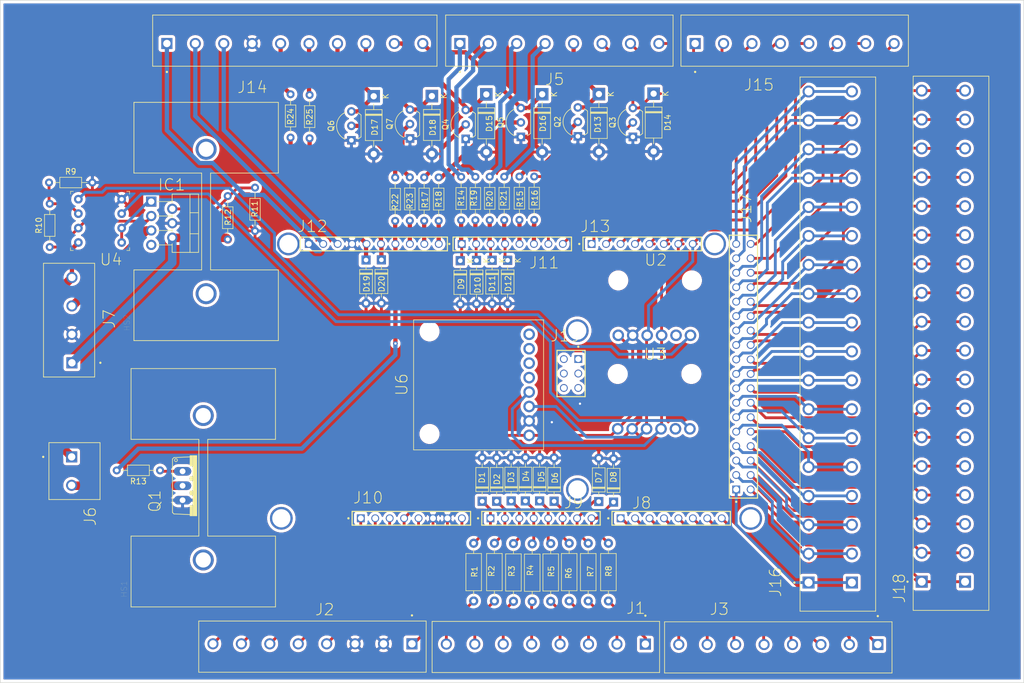
<source format=kicad_pcb>
(kicad_pcb (version 20171130) (host pcbnew "(5.1.6)-1")
  (layers (0 F.Cu signal) (31 B.Cu signal) (34 B.Paste user) (35 F.Paste user) (36 B.SilkS user hide) (37 F.SilkS user) (38 B.Mask user hide) (39 F.Mask user hide) (44 Edge.Cuts user))
  (net 0 "")
  (net 1 "Net-(J16-Pad1)")
  (net 2 "Net-(J16-Pad2)")
  (net 3 "Net-(J16-Pad3)")
  (net 4 "Net-(J16-Pad4)")
  (net 5 "Net-(J16-Pad5)")
  (net 6 "Net-(J16-Pad6)")
  (net 7 "Net-(J16-Pad7)")
  (net 8 "Net-(J16-Pad8)")
  (net 9 "Net-(R10-Pad2)")
  (net 10 GND)
  (net 11 /A0)
  (net 12 /A1)
  (net 13 /A2)
  (net 14 /A3)
  (net 15 /A4)
  (net 16 /A5)
  (net 17 /A6)
  (net 18 /A7)
  (net 19 /D7)
  (net 20 /D6)
  (net 21 /D5)
  (net 22 /D4)
  (net 23 "Net-(D13-Pad1)")
  (net 24 "Net-(D14-Pad1)")
  (net 25 "Net-(D15-Pad1)")
  (net 26 "Net-(D16-Pad1)")
  (net 27 "Net-(IC1-Pad1)")
  (net 28 "Net-(IC1-Pad2)")
  (net 29 "Net-(IC1-Pad3)")
  (net 30 /24VDC)
  (net 31 "Net-(IC1-Pad7)")
  (net 32 "Net-(J1-Pad1)")
  (net 33 "Net-(J1-Pad2)")
  (net 34 "Net-(J1-Pad3)")
  (net 35 "Net-(J1-Pad4)")
  (net 36 "Net-(J1-Pad5)")
  (net 37 "Net-(J1-Pad6)")
  (net 38 "Net-(J1-Pad7)")
  (net 39 "Net-(J1-Pad8)")
  (net 40 /NC)
  (net 41 /IOREF)
  (net 42 /RESET)
  (net 43 /+5V)
  (net 44 /VIN)
  (net 45 /A8)
  (net 46 /A9)
  (net 47 /A10)
  (net 48 /A11)
  (net 49 /DAC0)
  (net 50 /DAC1)
  (net 51 /CANR)
  (net 52 /CANT)
  (net 53 "Net-(J5-Pad1)")
  (net 54 "Net-(J5-Pad2)")
  (net 55 "Net-(J5-Pad3)")
  (net 56 "Net-(J5-Pad4)")
  (net 57 /D3)
  (net 58 /D2)
  (net 59 /D1)
  (net 60 /D0)
  (net 61 /SCL1)
  (net 62 /SDA1)
  (net 63 /AREF)
  (net 64 /D13)
  (net 65 /D12)
  (net 66 /D11)
  (net 67 /D10)
  (net 68 /D9)
  (net 69 /D8)
  (net 70 /D21)
  (net 71 /D20)
  (net 72 /D19)
  (net 73 /D18)
  (net 74 /D17)
  (net 75 /D16)
  (net 76 /D15)
  (net 77 /D14)
  (net 78 "Net-(Q1-Pad1)")
  (net 79 "Net-(J6-Pad2)")
  (net 80 "Net-(Q2-Pad2)")
  (net 81 "Net-(Q3-Pad2)")
  (net 82 "Net-(Q4-Pad2)")
  (net 83 "Net-(Q5-Pad2)")
  (net 84 "Net-(U2-PadVOUT)")
  (net 85 "Net-(U3-PadVOUT)")
  (net 86 "Net-(J17-Pad02)")
  (net 87 "Net-(J17-Pad04)")
  (net 88 "Net-(J17-Pad06)")
  (net 89 "Net-(J17-Pad08)")
  (net 90 "Net-(J17-Pad10)")
  (net 91 "Net-(J17-Pad12)")
  (net 92 "Net-(J17-Pad14)")
  (net 93 "Net-(J17-Pad16)")
  (net 94 "Net-(J16-Pad9)")
  (net 95 "Net-(J17-Pad18)")
  (net 96 "Net-(J16-Pad10)")
  (net 97 "Net-(J17-Pad20)")
  (net 98 "Net-(J16-Pad11)")
  (net 99 "Net-(J17-Pad22)")
  (net 100 "Net-(J16-Pad12)")
  (net 101 "Net-(J17-Pad24)")
  (net 102 "Net-(J16-Pad13)")
  (net 103 "Net-(J17-Pad26)")
  (net 104 "Net-(J16-Pad14)")
  (net 105 "Net-(J17-Pad28)")
  (net 106 "Net-(J16-Pad15)")
  (net 107 "Net-(J17-Pad30)")
  (net 108 "Net-(J16-Pad16)")
  (net 109 "Net-(J17-Pad32)")
  (net 110 "Net-(J16-Pad17)")
  (net 111 "Net-(J17-Pad34)")
  (net 112 "Net-(J16-Pad18)")
  (net 113 "Net-(J17-Pad36)")
  (net 114 "Net-(U2-PadA0)")
  (net 115 "Net-(U3-PadA0)")
  (net 116 /+3V3)
  (net 117 /12VDC)
  (net 118 "Net-(U6-PadALERT)")
  (net 119 "Net-(U6-PadVBUS)")
  (net 120 /+5V_)
  (net 121 /MISO_)
  (net 122 /MOSI_)
  (net 123 /SCK_)
  (net 124 /GND_)
  (net 125 /RESET_)
  (net 126 /BatSimulator)
  (net 127 /Charger)
  (net 128 "Net-(D17-Pad1)")
  (net 129 "Net-(D18-Pad1)")
  (net 130 "Net-(J14-Pad5)")
  (net 131 "Net-(J14-Pad6)")
  (net 132 "Net-(Q6-Pad2)")
  (net 133 "Net-(Q7-Pad2)")
  (net 134 "Net-(U6-PadIN-)")
  (module lib_fp_pretty:HSINK_529802B02500G (layer F.Cu) (at 85.7 85.725 90)
    (fp_text reference HS1 (at -17.825 -13.935 90) (layer F.SilkS) (effects (font (thickness 0.015))))
    (fp_text value Heatsink)
    (pad S1 thru_hole circle (at -12.7 0 90) (size 3.686 3.686) (drill 2.67) (layers *.Cu *.Mask))
    (pad S2 thru_hole circle (at 12.7 0 90) (size 3.686 3.686) (drill 2.67) (layers *.Cu *.Mask))
  )
  (module Resistor_THT:R_Axial_DIN0204_L3.6mm_D1.6mm_P7.62mm_Horizontal (layer F.Cu) (at 122.025 31.125 270)
    (fp_text reference R23 (at 4.2 0 90) (layer F.SilkS))
    (fp_text value 2.7k)
    (pad 1 thru_hole circle (at 0 0 270) (size 1.4 1.4) (drill 0.7) (layers *.Cu *.Mask) (net 133 "Net-(Q7-Pad2)"))
    (pad 2 thru_hole oval (at 7.62 0 270) (size 1.4 1.4) (drill 0.7) (layers *.Cu *.Mask) (net 67 /D10))
  )
  (module Resistor_THT:R_Axial_DIN0204_L3.6mm_D1.6mm_P7.62mm_Horizontal (layer F.Cu) (at 101.05 16.525 270)
    (fp_text reference R24 (at 3.925 0 90) (layer F.SilkS))
    (fp_text value 10k)
    (pad 1 thru_hole circle (at 0 0 270) (size 1.4 1.4) (drill 0.7) (layers *.Cu *.Mask) (net 130 "Net-(J14-Pad5)"))
    (pad 2 thru_hole oval (at 7.62 0 270) (size 1.4 1.4) (drill 0.7) (layers *.Cu *.Mask) (net 64 /D13))
  )
  (module Resistor_THT:R_Axial_DIN0204_L3.6mm_D1.6mm_P7.62mm_Horizontal (layer F.Cu) (at 104.4 16.65 270)
    (fp_text reference R25 (at 3.875 0 270) (layer F.SilkS))
    (fp_text value 10k)
    (pad 2 thru_hole oval (at 7.62 0 270) (size 1.4 1.4) (drill 0.7) (layers *.Cu *.Mask) (net 65 /D12))
    (pad 1 thru_hole circle (at 0 0 270) (size 1.4 1.4) (drill 0.7) (layers *.Cu *.Mask) (net 131 "Net-(J14-Pad6)"))
  )
  (module Diode_THT:D_DO-35_SOD27_P7.62mm_Horizontal (layer F.Cu) (at 117.025 45.65 270)
    (fp_text reference D20 (at 4.225 -0.05 90) (layer F.SilkS))
    (fp_text value D_Zener)
    (pad 2 thru_hole oval (at 7.62 0 270) (size 1.6 1.6) (drill 0.8) (layers *.Cu *.Mask) (net 10 GND))
    (pad 1 thru_hole rect (at 0 0 270) (size 1.6 1.6) (drill 0.8) (layers *.Cu *.Mask) (net 65 /D12))
  )
  (module Diode_THT:D_DO-41_SOD81_P10.16mm_Horizontal (layer F.Cu) (at 115.675 16.875 270)
    (fp_text reference D17 (at 5.475 -0.175 90) (layer F.SilkS))
    (fp_text value 1N4004-TP)
    (fp_text user K (at 0 -2.1 90) (layer F.SilkS))
    (pad 2 thru_hole oval (at 10.16 0 270) (size 2.2 2.2) (drill 1.1) (layers *.Cu *.Mask) (net 10 GND))
    (pad 1 thru_hole rect (at 0 0 270) (size 2.2 2.2) (drill 1.1) (layers *.Cu *.Mask) (net 128 "Net-(D17-Pad1)"))
  )
  (module Package_TO_SOT_THT:TO-92L_Inline_Wide (layer F.Cu) (at 122.05 24.3 90)
    (fp_text reference Q7 (at 2.54 -3.56 90) (layer F.SilkS))
    (fp_text value Q_NPN_EBC)
    (pad 2 thru_hole circle (at 2.54 0 180) (size 1.5 1.5) (drill 0.8) (layers *.Cu *.Mask) (net 133 "Net-(Q7-Pad2)"))
    (pad 3 thru_hole circle (at 5.08 0 180) (size 1.5 1.5) (drill 0.8) (layers *.Cu *.Mask) (net 129 "Net-(D18-Pad1)"))
    (pad 1 thru_hole rect (at 0 0 180) (size 1.5 1.5) (drill 0.8) (layers *.Cu *.Mask) (net 10 GND))
  )
  (module Resistor_THT:R_Axial_DIN0204_L3.6mm_D1.6mm_P7.62mm_Horizontal (layer F.Cu) (at 119.45 31.175 270)
    (fp_text reference R22 (at 4.3 0 90) (layer F.SilkS))
    (fp_text value 2.7k)
    (pad 2 thru_hole oval (at 7.62 0 270) (size 1.4 1.4) (drill 0.7) (layers *.Cu *.Mask) (net 66 /D11))
    (pad 1 thru_hole circle (at 0 0 270) (size 1.4 1.4) (drill 0.7) (layers *.Cu *.Mask) (net 132 "Net-(Q6-Pad2)"))
  )
  (module Package_TO_SOT_THT:TO-92L_Inline_Wide (layer F.Cu) (at 111.75 24.625 90)
    (fp_text reference Q6 (at 2.54 -3.56 90) (layer F.SilkS))
    (fp_text value Q_NPN_EBC)
    (pad 1 thru_hole rect (at 0 0 180) (size 1.5 1.5) (drill 0.8) (layers *.Cu *.Mask) (net 10 GND))
    (pad 3 thru_hole circle (at 5.08 0 180) (size 1.5 1.5) (drill 0.8) (layers *.Cu *.Mask) (net 128 "Net-(D17-Pad1)"))
    (pad 2 thru_hole circle (at 2.54 0 180) (size 1.5 1.5) (drill 0.8) (layers *.Cu *.Mask) (net 132 "Net-(Q6-Pad2)"))
  )
  (module Diode_THT:D_DO-35_SOD27_P7.62mm_Horizontal (layer F.Cu) (at 114.325 45.675 270)
    (fp_text reference D19 (at 4.2 -0.1 90) (layer F.SilkS))
    (fp_text value D_Zener)
    (pad 1 thru_hole rect (at 0 0 270) (size 1.6 1.6) (drill 0.8) (layers *.Cu *.Mask) (net 64 /D13))
    (pad 2 thru_hole oval (at 7.62 0 270) (size 1.6 1.6) (drill 0.8) (layers *.Cu *.Mask) (net 10 GND))
  )
  (module Diode_THT:D_DO-41_SOD81_P10.16mm_Horizontal (layer F.Cu) (at 125.9 16.85 270)
    (fp_text reference D18 (at 5.525 -0.15 90) (layer F.SilkS))
    (fp_text value 1N4004-TP)
    (fp_text user K (at 0 -2.1 90) (layer F.SilkS))
    (pad 1 thru_hole rect (at 0 0 270) (size 2.2 2.2) (drill 1.1) (layers *.Cu *.Mask) (net 129 "Net-(D18-Pad1)"))
    (pad 2 thru_hole oval (at 10.16 0 270) (size 2.2 2.2) (drill 1.1) (layers *.Cu *.Mask) (net 10 GND))
  )
  (module lib_fp_pretty:CUI_TB001-500-08BE (layer F.Cu) (at 163.45 113.225 180)
    (fp_text reference J1 (at 1.675 6.325) (layer F.SilkS) (effects (font (size 2 2))))
    (fp_text value Screw_Terminal_01x08)
    (pad 1 thru_hole rect (at 0 0 180) (size 1.95 1.95) (drill 1.3) (layers *.Cu *.Mask) (net 32 "Net-(J1-Pad1)"))
    (pad 2 thru_hole circle (at 5 0 180) (size 1.95 1.95) (drill 1.3) (layers *.Cu *.Mask) (net 33 "Net-(J1-Pad2)"))
    (pad 3 thru_hole circle (at 10 0 180) (size 1.95 1.95) (drill 1.3) (layers *.Cu *.Mask) (net 34 "Net-(J1-Pad3)"))
    (pad 4 thru_hole circle (at 15 0 180) (size 1.95 1.95) (drill 1.3) (layers *.Cu *.Mask) (net 35 "Net-(J1-Pad4)"))
    (pad 5 thru_hole circle (at 20 0 180) (size 1.95 1.95) (drill 1.3) (layers *.Cu *.Mask) (net 36 "Net-(J1-Pad5)"))
    (pad 6 thru_hole circle (at 25 0 180) (size 1.95 1.95) (drill 1.3) (layers *.Cu *.Mask) (net 37 "Net-(J1-Pad6)"))
    (pad 7 thru_hole circle (at 30 0 180) (size 1.95 1.95) (drill 1.3) (layers *.Cu *.Mask) (net 38 "Net-(J1-Pad7)"))
    (pad 8 thru_hole circle (at 35 0 180) (size 1.95 1.95) (drill 1.3) (layers *.Cu *.Mask) (net 39 "Net-(J1-Pad8)"))
  )
  (module lib_fp_pretty:CUI_TB001-500-08BE (layer F.Cu) (at 204.325 113.3 180)
    (fp_text reference J3 (at 27.875 6.225) (layer F.SilkS) (effects (font (size 2 2))))
    (fp_text value Screw_Terminal_01x08)
    (pad 1 thru_hole rect (at 0 0 180) (size 1.95 1.95) (drill 1.3) (layers *.Cu *.Mask) (net 52 /CANT))
    (pad 2 thru_hole circle (at 5 0 180) (size 1.95 1.95) (drill 1.3) (layers *.Cu *.Mask) (net 51 /CANR))
    (pad 3 thru_hole circle (at 10 0 180) (size 1.95 1.95) (drill 1.3) (layers *.Cu *.Mask) (net 50 /DAC1))
    (pad 4 thru_hole circle (at 15 0 180) (size 1.95 1.95) (drill 1.3) (layers *.Cu *.Mask) (net 49 /DAC0))
    (pad 5 thru_hole circle (at 20 0 180) (size 1.95 1.95) (drill 1.3) (layers *.Cu *.Mask) (net 48 /A11))
    (pad 6 thru_hole circle (at 25 0 180) (size 1.95 1.95) (drill 1.3) (layers *.Cu *.Mask) (net 47 /A10))
    (pad 7 thru_hole circle (at 30 0 180) (size 1.95 1.95) (drill 1.3) (layers *.Cu *.Mask) (net 46 /A9))
    (pad 8 thru_hole circle (at 35 0 180) (size 1.95 1.95) (drill 1.3) (layers *.Cu *.Mask) (net 45 /A8))
  )
  (module SAMTEC_ESQ-118-14-G-D (layer F.Cu) (at 179.425 86.025 270)
    (fp_text reference J17 (at -49.45 -1.65 90) (layer F.SilkS) (effects (font (size 2 2))))
    (fp_text value ESQ-118-14-G-D)
    (pad 01 thru_hole rect (at 0 0 270) (size 1.37 1.37) (drill 1.02) (layers *.Cu *.Mask) (net 1 "Net-(J16-Pad1)"))
    (pad 02 thru_hole circle (at 0 -2.54 270) (size 1.37 1.37) (drill 1.02) (layers *.Cu *.Mask) (net 86 "Net-(J17-Pad02)"))
    (pad 03 thru_hole circle (at -2.54 0 270) (size 1.37 1.37) (drill 1.02) (layers *.Cu *.Mask) (net 2 "Net-(J16-Pad2)"))
    (pad 04 thru_hole circle (at -2.54 -2.54 270) (size 1.37 1.37) (drill 1.02) (layers *.Cu *.Mask) (net 87 "Net-(J17-Pad04)"))
    (pad 05 thru_hole circle (at -5.08 0 270) (size 1.37 1.37) (drill 1.02) (layers *.Cu *.Mask) (net 3 "Net-(J16-Pad3)"))
    (pad 06 thru_hole circle (at -5.08 -2.54 270) (size 1.37 1.37) (drill 1.02) (layers *.Cu *.Mask) (net 88 "Net-(J17-Pad06)"))
    (pad 07 thru_hole circle (at -7.62 0 270) (size 1.37 1.37) (drill 1.02) (layers *.Cu *.Mask) (net 4 "Net-(J16-Pad4)"))
    (pad 08 thru_hole circle (at -7.62 -2.54 270) (size 1.37 1.37) (drill 1.02) (layers *.Cu *.Mask) (net 89 "Net-(J17-Pad08)"))
    (pad 09 thru_hole circle (at -10.16 0 270) (size 1.37 1.37) (drill 1.02) (layers *.Cu *.Mask) (net 5 "Net-(J16-Pad5)"))
    (pad 10 thru_hole circle (at -10.16 -2.54 270) (size 1.37 1.37) (drill 1.02) (layers *.Cu *.Mask) (net 90 "Net-(J17-Pad10)"))
    (pad 11 thru_hole circle (at -12.7 0 270) (size 1.37 1.37) (drill 1.02) (layers *.Cu *.Mask) (net 6 "Net-(J16-Pad6)"))
    (pad 12 thru_hole circle (at -12.7 -2.54 270) (size 1.37 1.37) (drill 1.02) (layers *.Cu *.Mask) (net 91 "Net-(J17-Pad12)"))
    (pad 13 thru_hole circle (at -15.24 0 270) (size 1.37 1.37) (drill 1.02) (layers *.Cu *.Mask) (net 7 "Net-(J16-Pad7)"))
    (pad 14 thru_hole circle (at -15.24 -2.54 270) (size 1.37 1.37) (drill 1.02) (layers *.Cu *.Mask) (net 92 "Net-(J17-Pad14)"))
    (pad 15 thru_hole circle (at -17.78 0 270) (size 1.37 1.37) (drill 1.02) (layers *.Cu *.Mask) (net 8 "Net-(J16-Pad8)"))
    (pad 16 thru_hole circle (at -17.78 -2.54 270) (size 1.37 1.37) (drill 1.02) (layers *.Cu *.Mask) (net 93 "Net-(J17-Pad16)"))
    (pad 17 thru_hole circle (at -20.32 0 270) (size 1.37 1.37) (drill 1.02) (layers *.Cu *.Mask) (net 94 "Net-(J16-Pad9)"))
    (pad 18 thru_hole circle (at -20.32 -2.54 270) (size 1.37 1.37) (drill 1.02) (layers *.Cu *.Mask) (net 95 "Net-(J17-Pad18)"))
    (pad 19 thru_hole circle (at -22.86 0 270) (size 1.37 1.37) (drill 1.02) (layers *.Cu *.Mask) (net 96 "Net-(J16-Pad10)"))
    (pad 20 thru_hole circle (at -22.86 -2.54 270) (size 1.37 1.37) (drill 1.02) (layers *.Cu *.Mask) (net 97 "Net-(J17-Pad20)"))
    (pad 21 thru_hole circle (at -25.4 0 270) (size 1.37 1.37) (drill 1.02) (layers *.Cu *.Mask) (net 98 "Net-(J16-Pad11)"))
    (pad 22 thru_hole circle (at -25.4 -2.54 270) (size 1.37 1.37) (drill 1.02) (layers *.Cu *.Mask) (net 99 "Net-(J17-Pad22)"))
    (pad 23 thru_hole circle (at -27.94 0 270) (size 1.37 1.37) (drill 1.02) (layers *.Cu *.Mask) (net 100 "Net-(J16-Pad12)"))
    (pad 24 thru_hole circle (at -27.94 -2.54 270) (size 1.37 1.37) (drill 1.02) (layers *.Cu *.Mask) (net 101 "Net-(J17-Pad24)"))
    (pad 25 thru_hole circle (at -30.48 0 270) (size 1.37 1.37) (drill 1.02) (layers *.Cu *.Mask) (net 102 "Net-(J16-Pad13)"))
    (pad 26 thru_hole circle (at -30.48 -2.54 270) (size 1.37 1.37) (drill 1.02) (layers *.Cu *.Mask) (net 103 "Net-(J17-Pad26)"))
    (pad 27 thru_hole circle (at -33.02 0 270) (size 1.37 1.37) (drill 1.02) (layers *.Cu *.Mask) (net 104 "Net-(J16-Pad14)"))
    (pad 28 thru_hole circle (at -33.02 -2.54 270) (size 1.37 1.37) (drill 1.02) (layers *.Cu *.Mask) (net 105 "Net-(J17-Pad28)"))
    (pad 29 thru_hole circle (at -35.56 0 270) (size 1.37 1.37) (drill 1.02) (layers *.Cu *.Mask) (net 106 "Net-(J16-Pad15)"))
    (pad 30 thru_hole circle (at -35.56 -2.54 270) (size 1.37 1.37) (drill 1.02) (layers *.Cu *.Mask) (net 107 "Net-(J17-Pad30)"))
    (pad 31 thru_hole circle (at -38.1 0 270) (size 1.37 1.37) (drill 1.02) (layers *.Cu *.Mask) (net 108 "Net-(J16-Pad16)"))
    (pad 32 thru_hole circle (at -38.1 -2.54 270) (size 1.37 1.37) (drill 1.02) (layers *.Cu *.Mask) (net 109 "Net-(J17-Pad32)"))
    (pad 33 thru_hole circle (at -40.64 0 270) (size 1.37 1.37) (drill 1.02) (layers *.Cu *.Mask) (net 110 "Net-(J16-Pad17)"))
    (pad 34 thru_hole circle (at -40.64 -2.54 270) (size 1.37 1.37) (drill 1.02) (layers *.Cu *.Mask) (net 111 "Net-(J17-Pad34)"))
    (pad 35 thru_hole circle (at -43.18 0 270) (size 1.37 1.37) (drill 1.02) (layers *.Cu *.Mask) (net 112 "Net-(J16-Pad18)"))
    (pad 36 thru_hole circle (at -43.18 -2.54 270) (size 1.37 1.37) (drill 1.02) (layers *.Cu *.Mask) (net 113 "Net-(J17-Pad36)"))
  )
  (module lib_fp_pretty:CUI_TBL004V-508-18BE-2GY (layer F.Cu) (at 192.15 102.4 90)
    (fp_text reference J16 (at 0.075 -5.825 90) (layer F.SilkS) (effects (font (size 2 2))))
    (fp_text value 102-TBL004V-508-18BE-2GY-ND)
    (pad 1 thru_hole rect (at 0 0 90) (size 2.1 2.1) (drill 1.4) (layers *.Cu *.Mask) (net 1 "Net-(J16-Pad1)"))
    (pad 2 thru_hole circle (at 5.08 0 90) (size 2.1 2.1) (drill 1.4) (layers *.Cu *.Mask) (net 2 "Net-(J16-Pad2)"))
    (pad 3 thru_hole circle (at 10.16 0 90) (size 2.1 2.1) (drill 1.4) (layers *.Cu *.Mask) (net 3 "Net-(J16-Pad3)"))
    (pad 4 thru_hole circle (at 15.24 0 90) (size 2.1 2.1) (drill 1.4) (layers *.Cu *.Mask) (net 4 "Net-(J16-Pad4)"))
    (pad 5 thru_hole circle (at 20.32 0 90) (size 2.1 2.1) (drill 1.4) (layers *.Cu *.Mask) (net 5 "Net-(J16-Pad5)"))
    (pad 6 thru_hole circle (at 25.4 0 90) (size 2.1 2.1) (drill 1.4) (layers *.Cu *.Mask) (net 6 "Net-(J16-Pad6)"))
    (pad 7 thru_hole circle (at 30.48 0 90) (size 2.1 2.1) (drill 1.4) (layers *.Cu *.Mask) (net 7 "Net-(J16-Pad7)"))
    (pad 8 thru_hole circle (at 35.56 0 90) (size 2.1 2.1) (drill 1.4) (layers *.Cu *.Mask) (net 8 "Net-(J16-Pad8)"))
    (pad 9 thru_hole circle (at 40.64 0 90) (size 2.1 2.1) (drill 1.4) (layers *.Cu *.Mask) (net 94 "Net-(J16-Pad9)"))
    (pad 10 thru_hole circle (at 45.72 0 90) (size 2.1 2.1) (drill 1.4) (layers *.Cu *.Mask) (net 96 "Net-(J16-Pad10)"))
    (pad 11 thru_hole circle (at 50.8 0 90) (size 2.1 2.1) (drill 1.4) (layers *.Cu *.Mask) (net 98 "Net-(J16-Pad11)"))
    (pad 12 thru_hole circle (at 55.88 0 90) (size 2.1 2.1) (drill 1.4) (layers *.Cu *.Mask) (net 100 "Net-(J16-Pad12)"))
    (pad 13 thru_hole circle (at 60.96 0 90) (size 2.1 2.1) (drill 1.4) (layers *.Cu *.Mask) (net 102 "Net-(J16-Pad13)"))
    (pad 14 thru_hole circle (at 66.04 0 90) (size 2.1 2.1) (drill 1.4) (layers *.Cu *.Mask) (net 104 "Net-(J16-Pad14)"))
    (pad 15 thru_hole circle (at 71.12 0 90) (size 2.1 2.1) (drill 1.4) (layers *.Cu *.Mask) (net 106 "Net-(J16-Pad15)"))
    (pad 16 thru_hole circle (at 76.2 0 90) (size 2.1 2.1) (drill 1.4) (layers *.Cu *.Mask) (net 108 "Net-(J16-Pad16)"))
    (pad 17 thru_hole circle (at 81.28 0 90) (size 2.1 2.1) (drill 1.4) (layers *.Cu *.Mask) (net 110 "Net-(J16-Pad17)"))
    (pad 18 thru_hole circle (at 86.36 0 90) (size 2.1 2.1) (drill 1.4) (layers *.Cu *.Mask) (net 112 "Net-(J16-Pad18)"))
    (pad 1 thru_hole rect (at 0 7.62 90) (size 2.1 2.1) (drill 1.4) (layers *.Cu *.Mask) (net 1 "Net-(J16-Pad1)"))
    (pad 2 thru_hole circle (at 5.08 7.62 90) (size 2.1 2.1) (drill 1.4) (layers *.Cu *.Mask) (net 2 "Net-(J16-Pad2)"))
    (pad 3 thru_hole circle (at 10.16 7.62 90) (size 2.1 2.1) (drill 1.4) (layers *.Cu *.Mask) (net 3 "Net-(J16-Pad3)"))
    (pad 4 thru_hole circle (at 15.24 7.62 90) (size 2.1 2.1) (drill 1.4) (layers *.Cu *.Mask) (net 4 "Net-(J16-Pad4)"))
    (pad 5 thru_hole circle (at 20.32 7.62 90) (size 2.1 2.1) (drill 1.4) (layers *.Cu *.Mask) (net 5 "Net-(J16-Pad5)"))
    (pad 6 thru_hole circle (at 25.4 7.62 90) (size 2.1 2.1) (drill 1.4) (layers *.Cu *.Mask) (net 6 "Net-(J16-Pad6)"))
    (pad 7 thru_hole circle (at 30.48 7.62 90) (size 2.1 2.1) (drill 1.4) (layers *.Cu *.Mask) (net 7 "Net-(J16-Pad7)"))
    (pad 8 thru_hole circle (at 35.56 7.62 90) (size 2.1 2.1) (drill 1.4) (layers *.Cu *.Mask) (net 8 "Net-(J16-Pad8)"))
    (pad 9 thru_hole circle (at 40.64 7.62 90) (size 2.1 2.1) (drill 1.4) (layers *.Cu *.Mask) (net 94 "Net-(J16-Pad9)"))
    (pad 10 thru_hole circle (at 45.72 7.62 90) (size 2.1 2.1) (drill 1.4) (layers *.Cu *.Mask) (net 96 "Net-(J16-Pad10)"))
    (pad 11 thru_hole circle (at 50.8 7.62 90) (size 2.1 2.1) (drill 1.4) (layers *.Cu *.Mask) (net 98 "Net-(J16-Pad11)"))
    (pad 12 thru_hole circle (at 55.88 7.62 90) (size 2.1 2.1) (drill 1.4) (layers *.Cu *.Mask) (net 100 "Net-(J16-Pad12)"))
    (pad 13 thru_hole circle (at 60.96 7.62 90) (size 2.1 2.1) (drill 1.4) (layers *.Cu *.Mask) (net 102 "Net-(J16-Pad13)"))
    (pad 14 thru_hole circle (at 66.04 7.62 90) (size 2.1 2.1) (drill 1.4) (layers *.Cu *.Mask) (net 104 "Net-(J16-Pad14)"))
    (pad 15 thru_hole circle (at 71.12 7.62 90) (size 2.1 2.1) (drill 1.4) (layers *.Cu *.Mask) (net 106 "Net-(J16-Pad15)"))
    (pad 16 thru_hole circle (at 76.2 7.62 90) (size 2.1 2.1) (drill 1.4) (layers *.Cu *.Mask) (net 108 "Net-(J16-Pad16)"))
    (pad 17 thru_hole circle (at 81.28 7.62 90) (size 2.1 2.1) (drill 1.4) (layers *.Cu *.Mask) (net 110 "Net-(J16-Pad17)"))
    (pad 18 thru_hole circle (at 86.36 7.62 90) (size 2.1 2.1) (drill 1.4) (layers *.Cu *.Mask) (net 112 "Net-(J16-Pad18)"))
  )
  (module Resistor_THT:R_Axial_DIN0207_L6.3mm_D2.5mm_P10.16mm_Horizontal (layer F.Cu) (at 140.25 105.7 90)
    (fp_text reference R3 (at 5.3 -0.3 90) (layer F.SilkS))
    (fp_text value 10k)
    (pad 2 thru_hole oval (at 10.16 0 90) (size 1.6 1.6) (drill 0.8) (layers *.Cu *.Mask) (net 13 /A2))
    (pad 1 thru_hole circle (at 0 0 90) (size 1.6 1.6) (drill 0.8) (layers *.Cu *.Mask) (net 37 "Net-(J1-Pad6)"))
  )
  (module lib_fp_pretty:Adafruit-MCP4725 (layer F.Cu) (at 169.35 48.25)
    (fp_text reference U2 (at -4.075 -2.575) (layer F.SilkS) (effects (font (size 2 2))))
    (fp_text value MCP4725)
    (pad VDD thru_hole circle (at -10.668 10.668) (size 2.032 2.032) (drill 1.27) (layers *.Cu *.Mask) (net 116 /+3V3))
    (pad GND thru_hole circle (at -8.128 10.668) (size 2.032 2.032) (drill 1.27) (layers *.Cu *.Mask) (net 10 GND))
    (pad SCL thru_hole circle (at -5.588 10.668) (size 2.032 2.032) (drill 1.27) (layers *.Cu *.Mask) (net 70 /D21))
    (pad SDA thru_hole circle (at -3.048 10.668) (size 2.032 2.032) (drill 1.27) (layers *.Cu *.Mask) (net 71 /D20))
    (pad A0 thru_hole circle (at -0.508 10.668) (size 2.032 2.032) (drill 1.27) (layers *.Cu *.Mask) (net 114 "Net-(U2-PadA0)"))
    (pad VOUT thru_hole circle (at 2.032 10.668) (size 2.032 2.032) (drill 1.27) (layers *.Cu *.Mask) (net 84 "Net-(U2-PadVOUT)"))
    (pad "" np_thru_hole circle (at -10.668 1.016) (size 2.54 2.54) (drill 2.54) (layers *.Cu *.Mask))
    (pad "" np_thru_hole circle (at 2.286 1.016) (size 2.54 2.54) (drill 2.54) (layers *.Cu *.Mask))
  )
  (module lib_fp_pretty:CUI_TB001-500-08BE (layer F.Cu) (at 172.2 7.6)
    (fp_text reference J15 (at 11.225 7.275) (layer F.SilkS) (effects (font (size 2 2))))
    (fp_text value Screw_Terminal_01x08)
    (pad 8 thru_hole circle (at 35 0) (size 1.95 1.95) (drill 1.3) (layers *.Cu *.Mask) (net 70 /D21))
    (pad 7 thru_hole circle (at 30 0) (size 1.95 1.95) (drill 1.3) (layers *.Cu *.Mask) (net 71 /D20))
    (pad 6 thru_hole circle (at 25 0) (size 1.95 1.95) (drill 1.3) (layers *.Cu *.Mask) (net 72 /D19))
    (pad 5 thru_hole circle (at 20 0) (size 1.95 1.95) (drill 1.3) (layers *.Cu *.Mask) (net 73 /D18))
    (pad 4 thru_hole circle (at 15 0) (size 1.95 1.95) (drill 1.3) (layers *.Cu *.Mask) (net 74 /D17))
    (pad 3 thru_hole circle (at 10 0) (size 1.95 1.95) (drill 1.3) (layers *.Cu *.Mask) (net 75 /D16))
    (pad 2 thru_hole circle (at 5 0) (size 1.95 1.95) (drill 1.3) (layers *.Cu *.Mask) (net 76 /D15))
    (pad 1 thru_hole rect (at 0 0) (size 1.95 1.95) (drill 1.3) (layers *.Cu *.Mask) (net 77 /D14))
  )
  (module lib_fp_pretty:CUI_TB001-500-08BE (layer F.Cu) (at 130.825 7.6)
    (fp_text reference J5 (at 16.675 6.3) (layer F.SilkS) (effects (font (size 2 2))))
    (fp_text value Screw_Terminal_01x08)
    (pad 1 thru_hole rect (at 0 0) (size 1.95 1.95) (drill 1.3) (layers *.Cu *.Mask) (net 53 "Net-(J5-Pad1)"))
    (pad 2 thru_hole circle (at 5 0) (size 1.95 1.95) (drill 1.3) (layers *.Cu *.Mask) (net 54 "Net-(J5-Pad2)"))
    (pad 3 thru_hole circle (at 10 0) (size 1.95 1.95) (drill 1.3) (layers *.Cu *.Mask) (net 55 "Net-(J5-Pad3)"))
    (pad 4 thru_hole circle (at 15 0) (size 1.95 1.95) (drill 1.3) (layers *.Cu *.Mask) (net 56 "Net-(J5-Pad4)"))
    (pad 5 thru_hole circle (at 20 0) (size 1.95 1.95) (drill 1.3) (layers *.Cu *.Mask) (net 23 "Net-(D13-Pad1)"))
    (pad 6 thru_hole circle (at 25 0) (size 1.95 1.95) (drill 1.3) (layers *.Cu *.Mask) (net 24 "Net-(D14-Pad1)"))
    (pad 7 thru_hole circle (at 30 0) (size 1.95 1.95) (drill 1.3) (layers *.Cu *.Mask) (net 59 /D1))
    (pad 8 thru_hole circle (at 35 0) (size 1.95 1.95) (drill 1.3) (layers *.Cu *.Mask) (net 60 /D0))
  )
  (module Diode_THT:D_DO-35_SOD27_P7.62mm_Horizontal (layer F.Cu) (at 134.75 88.1 90)
    (fp_text reference D1 (at 4.15 -0.05 90) (layer F.SilkS))
    (fp_text value D_Zener)
    (pad 2 thru_hole oval (at 7.62 0 90) (size 1.6 1.6) (drill 0.8) (layers *.Cu *.Mask) (net 10 GND))
    (pad 1 thru_hole rect (at 0 0 90) (size 1.6 1.6) (drill 0.8) (layers *.Cu *.Mask) (net 11 /A0))
  )
  (module Diode_THT:D_DO-35_SOD27_P7.62mm_Horizontal (layer F.Cu) (at 137.3 88.1 90)
    (fp_text reference D2 (at 3.85 0.05 90) (layer F.SilkS))
    (fp_text value D_Zener)
    (pad 1 thru_hole rect (at 0 0 90) (size 1.6 1.6) (drill 0.8) (layers *.Cu *.Mask) (net 12 /A1))
    (pad 2 thru_hole oval (at 7.62 0 90) (size 1.6 1.6) (drill 0.8) (layers *.Cu *.Mask) (net 10 GND))
  )
  (module Diode_THT:D_DO-35_SOD27_P7.62mm_Horizontal (layer F.Cu) (at 139.85 88.05 90)
    (fp_text reference D3 (at 4.15 0 90) (layer F.SilkS))
    (fp_text value D_Zener)
    (pad 2 thru_hole oval (at 7.62 0 90) (size 1.6 1.6) (drill 0.8) (layers *.Cu *.Mask) (net 10 GND))
    (pad 1 thru_hole rect (at 0 0 90) (size 1.6 1.6) (drill 0.8) (layers *.Cu *.Mask) (net 13 /A2))
  )
  (module Diode_THT:D_DO-35_SOD27_P7.62mm_Horizontal (layer F.Cu) (at 142.35 88.05 90)
    (fp_text reference D4 (at 4.35 0.1 90) (layer F.SilkS))
    (fp_text value D_Zener)
    (pad 1 thru_hole rect (at 0 0 90) (size 1.6 1.6) (drill 0.8) (layers *.Cu *.Mask) (net 14 /A3))
    (pad 2 thru_hole oval (at 7.62 0 90) (size 1.6 1.6) (drill 0.8) (layers *.Cu *.Mask) (net 10 GND))
  )
  (module Diode_THT:D_DO-35_SOD27_P7.62mm_Horizontal (layer F.Cu) (at 144.85 88.05 90)
    (fp_text reference D5 (at 4.25 0.3 90) (layer F.SilkS))
    (fp_text value D_Zener)
    (pad 2 thru_hole oval (at 7.62 0 90) (size 1.6 1.6) (drill 0.8) (layers *.Cu *.Mask) (net 10 GND))
    (pad 1 thru_hole rect (at 0 0 90) (size 1.6 1.6) (drill 0.8) (layers *.Cu *.Mask) (net 15 /A4))
  )
  (module Diode_THT:D_DO-35_SOD27_P7.62mm_Horizontal (layer F.Cu) (at 147.4 88.1 90)
    (fp_text reference D6 (at 4.1 0.15 90) (layer F.SilkS))
    (fp_text value D_Zener)
    (pad 1 thru_hole rect (at 0 0 90) (size 1.6 1.6) (drill 0.8) (layers *.Cu *.Mask) (net 16 /A5))
    (pad 2 thru_hole oval (at 7.62 0 90) (size 1.6 1.6) (drill 0.8) (layers *.Cu *.Mask) (net 10 GND))
  )
  (module Diode_THT:D_DO-35_SOD27_P7.62mm_Horizontal (layer F.Cu) (at 155.25 88.15 90)
    (fp_text reference D7 (at 4.2 0 90) (layer F.SilkS))
    (fp_text value D_Zener)
    (pad 2 thru_hole oval (at 7.62 0 90) (size 1.6 1.6) (drill 0.8) (layers *.Cu *.Mask) (net 10 GND))
    (pad 1 thru_hole rect (at 0 0 90) (size 1.6 1.6) (drill 0.8) (layers *.Cu *.Mask) (net 17 /A6))
  )
  (module Diode_THT:D_DO-35_SOD27_P7.62mm_Horizontal (layer F.Cu) (at 157.85 88.25 90)
    (fp_text reference D8 (at 4.4 0 90) (layer F.SilkS))
    (fp_text value D_Zener)
    (pad 1 thru_hole rect (at 0 0 90) (size 1.6 1.6) (drill 0.8) (layers *.Cu *.Mask) (net 18 /A7))
    (pad 2 thru_hole oval (at 7.62 0 90) (size 1.6 1.6) (drill 0.8) (layers *.Cu *.Mask) (net 10 GND))
  )
  (module Diode_THT:D_DO-41_SOD81_P10.16mm_Horizontal (layer F.Cu) (at 164.9 16.425 270)
    (fp_text reference D14 (at 5.08 -2.47 90) (layer F.SilkS))
    (fp_text value 1N4004-TP)
    (fp_text user K (at 0 -2.1 90) (layer F.SilkS))
    (pad 1 thru_hole rect (at 0 0 270) (size 2.2 2.2) (drill 1.1) (layers *.Cu *.Mask) (net 24 "Net-(D14-Pad1)"))
    (pad 2 thru_hole oval (at 10.16 0 270) (size 2.2 2.2) (drill 1.1) (layers *.Cu *.Mask) (net 10 GND))
  )
  (module Diode_THT:D_DO-41_SOD81_P10.16mm_Horizontal (layer F.Cu) (at 135.475 16.55 270)
    (fp_text reference D15 (at 5.125 -0.525 90) (layer F.SilkS))
    (fp_text value 1N4004-TP)
    (fp_text user K (at 0 -2.1 90) (layer F.SilkS))
    (pad 1 thru_hole rect (at 0 0 270) (size 2.2 2.2) (drill 1.1) (layers *.Cu *.Mask) (net 25 "Net-(D15-Pad1)"))
    (pad 2 thru_hole oval (at 10.16 0 270) (size 2.2 2.2) (drill 1.1) (layers *.Cu *.Mask) (net 10 GND))
  )
  (module lib_fp_pretty:HSINK_529802B02500G (layer F.Cu) (at 86.2 38.9 90)
    (fp_text reference HS2 (at -17.825 -13.935 90) (layer F.SilkS) (effects (font (thickness 0.015))))
    (fp_text value Heatsink)
    (pad S2 thru_hole circle (at 12.7 0 90) (size 3.686 3.686) (drill 2.67) (layers *.Cu *.Mask))
    (pad S1 thru_hole circle (at -12.7 0 90) (size 3.686 3.686) (drill 2.67) (layers *.Cu *.Mask))
  )
  (module Package_TO_SOT_THT:TO-220-7_P2.54x3.7mm_StaggerOdd_Lead3.8mm_Vertical (layer F.Cu) (at 76.55 35.4 270)
    (fp_text reference IC1 (at -2.95 -3.6 180) (layer F.SilkS) (effects (font (size 2 2))))
    (fp_text value OPA548T)
    (pad 1 thru_hole rect (at 0 0 270) (size 1.8 1.8) (drill 1.1) (layers *.Cu *.Mask) (net 27 "Net-(IC1-Pad1)"))
    (pad 2 thru_hole oval (at 1.27 -3.7 270) (size 1.8 1.8) (drill 1.1) (layers *.Cu *.Mask) (net 28 "Net-(IC1-Pad2)"))
    (pad 3 thru_hole oval (at 2.54 0 270) (size 1.8 1.8) (drill 1.1) (layers *.Cu *.Mask) (net 29 "Net-(IC1-Pad3)"))
    (pad 4 thru_hole oval (at 3.81 -3.7 270) (size 1.8 1.8) (drill 1.1) (layers *.Cu *.Mask) (net 10 GND))
    (pad 5 thru_hole oval (at 5.08 0 270) (size 1.8 1.8) (drill 1.1) (layers *.Cu *.Mask) (net 30 /24VDC))
    (pad 6 thru_hole oval (at 6.35 -3.7 270) (size 1.8 1.8) (drill 1.1) (layers *.Cu *.Mask) (net 126 /BatSimulator))
    (pad 7 thru_hole oval (at 7.62 0 270) (size 1.8 1.8) (drill 1.1) (layers *.Cu *.Mask) (net 31 "Net-(IC1-Pad7)"))
  )
  (module lib_fp_pretty:CUI_TB001-500-08BE (layer F.Cu) (at 122.4 113.175 180)
    (fp_text reference J2 (at 15.35 6.025) (layer F.SilkS) (effects (font (size 2 2))))
    (fp_text value Screw_Terminal_01x08)
    (pad 8 thru_hole circle (at 35 0 180) (size 1.95 1.95) (drill 1.3) (layers *.Cu *.Mask) (net 40 /NC))
    (pad 7 thru_hole circle (at 30 0 180) (size 1.95 1.95) (drill 1.3) (layers *.Cu *.Mask) (net 41 /IOREF))
    (pad 6 thru_hole circle (at 25 0 180) (size 1.95 1.95) (drill 1.3) (layers *.Cu *.Mask) (net 42 /RESET))
    (pad 5 thru_hole circle (at 20 0 180) (size 1.95 1.95) (drill 1.3) (layers *.Cu *.Mask) (net 116 /+3V3))
    (pad 4 thru_hole circle (at 15 0 180) (size 1.95 1.95) (drill 1.3) (layers *.Cu *.Mask) (net 43 /+5V))
    (pad 3 thru_hole circle (at 10 0 180) (size 1.95 1.95) (drill 1.3) (layers *.Cu *.Mask) (net 10 GND))
    (pad 2 thru_hole circle (at 5 0 180) (size 1.95 1.95) (drill 1.3) (layers *.Cu *.Mask) (net 10 GND))
    (pad 1 thru_hole rect (at 0 0 180) (size 1.95 1.95) (drill 1.3) (layers *.Cu *.Mask) (net 44 /VIN))
  )
  (module SAMTEC_ESQ-108-14-T-S (layer F.Cu) (at 159.1 91.1)
    (fp_text reference J8 (at 3.7 -2.7) (layer F.SilkS) (effects (font (size 2 2))))
    (fp_text value ESQ-108-14-T-S)
    (pad 01 thru_hole rect (at 0 0) (size 1.37 1.37) (drill 1.02) (layers *.Cu *.Mask) (net 45 /A8))
    (pad 02 thru_hole circle (at 2.54 0) (size 1.37 1.37) (drill 1.02) (layers *.Cu *.Mask) (net 46 /A9))
    (pad 03 thru_hole circle (at 5.08 0) (size 1.37 1.37) (drill 1.02) (layers *.Cu *.Mask) (net 47 /A10))
    (pad 04 thru_hole circle (at 7.62 0) (size 1.37 1.37) (drill 1.02) (layers *.Cu *.Mask) (net 48 /A11))
    (pad 05 thru_hole circle (at 10.16 0) (size 1.37 1.37) (drill 1.02) (layers *.Cu *.Mask) (net 49 /DAC0))
    (pad 06 thru_hole circle (at 12.7 0) (size 1.37 1.37) (drill 1.02) (layers *.Cu *.Mask) (net 50 /DAC1))
    (pad 07 thru_hole circle (at 15.24 0) (size 1.37 1.37) (drill 1.02) (layers *.Cu *.Mask) (net 51 /CANR))
    (pad 08 thru_hole circle (at 17.78 0) (size 1.37 1.37) (drill 1.02) (layers *.Cu *.Mask) (net 52 /CANT))
  )
  (module SAMTEC_ESQ-108-14-T-S (layer F.Cu) (at 136.2 91.1)
    (fp_text reference J9 (at 14.625 -2.75) (layer F.SilkS) (effects (font (size 2 2))))
    (fp_text value ESQ-108-14-T-S)
    (pad 08 thru_hole circle (at 17.78 0) (size 1.37 1.37) (drill 1.02) (layers *.Cu *.Mask) (net 18 /A7))
    (pad 07 thru_hole circle (at 15.24 0) (size 1.37 1.37) (drill 1.02) (layers *.Cu *.Mask) (net 17 /A6))
    (pad 06 thru_hole circle (at 12.7 0) (size 1.37 1.37) (drill 1.02) (layers *.Cu *.Mask) (net 16 /A5))
    (pad 05 thru_hole circle (at 10.16 0) (size 1.37 1.37) (drill 1.02) (layers *.Cu *.Mask) (net 15 /A4))
    (pad 04 thru_hole circle (at 7.62 0) (size 1.37 1.37) (drill 1.02) (layers *.Cu *.Mask) (net 14 /A3))
    (pad 03 thru_hole circle (at 5.08 0) (size 1.37 1.37) (drill 1.02) (layers *.Cu *.Mask) (net 13 /A2))
    (pad 02 thru_hole circle (at 2.54 0) (size 1.37 1.37) (drill 1.02) (layers *.Cu *.Mask) (net 12 /A1))
    (pad 01 thru_hole rect (at 0 0) (size 1.37 1.37) (drill 1.02) (layers *.Cu *.Mask) (net 11 /A0))
  )
  (module lib_fp_pretty:SAMTEC_ESQ-108-14-T-S (layer F.Cu) (at 113.4 91.1)
    (fp_text reference J10 (at 1.3 -3.625) (layer F.SilkS) (effects (font (size 2 2))))
    (fp_text value ESQ-108-14-T-S)
    (pad 01 thru_hole rect (at 0 0) (size 1.37 1.37) (drill 1.02) (layers *.Cu *.Mask) (net 40 /NC))
    (pad 02 thru_hole circle (at 2.54 0) (size 1.37 1.37) (drill 1.02) (layers *.Cu *.Mask) (net 41 /IOREF))
    (pad 03 thru_hole circle (at 5.08 0) (size 1.37 1.37) (drill 1.02) (layers *.Cu *.Mask) (net 42 /RESET))
    (pad 04 thru_hole circle (at 7.62 0) (size 1.37 1.37) (drill 1.02) (layers *.Cu *.Mask) (net 116 /+3V3))
    (pad 05 thru_hole circle (at 10.16 0) (size 1.37 1.37) (drill 1.02) (layers *.Cu *.Mask) (net 43 /+5V))
    (pad 06 thru_hole circle (at 12.7 0) (size 1.37 1.37) (drill 1.02) (layers *.Cu *.Mask) (net 10 GND))
    (pad 07 thru_hole circle (at 15.24 0) (size 1.37 1.37) (drill 1.02) (layers *.Cu *.Mask) (net 10 GND))
    (pad 08 thru_hole circle (at 17.78 0) (size 1.37 1.37) (drill 1.02) (layers *.Cu *.Mask) (net 44 /VIN))
  )
  (module SAMTEC_ESQ-108-14-T-S (layer F.Cu) (at 131.15 42.85)
    (fp_text reference J11 (at 14.5 3.3) (layer F.SilkS) (effects (font (size 2 2))))
    (fp_text value ESQ-108-14-T-S)
    (pad 01 thru_hole rect (at 0 0) (size 1.37 1.37) (drill 1.02) (layers *.Cu *.Mask) (net 19 /D7))
    (pad 02 thru_hole circle (at 2.54 0) (size 1.37 1.37) (drill 1.02) (layers *.Cu *.Mask) (net 20 /D6))
    (pad 03 thru_hole circle (at 5.08 0) (size 1.37 1.37) (drill 1.02) (layers *.Cu *.Mask) (net 21 /D5))
    (pad 04 thru_hole circle (at 7.62 0) (size 1.37 1.37) (drill 1.02) (layers *.Cu *.Mask) (net 22 /D4))
    (pad 05 thru_hole circle (at 10.16 0) (size 1.37 1.37) (drill 1.02) (layers *.Cu *.Mask) (net 57 /D3))
    (pad 06 thru_hole circle (at 12.7 0) (size 1.37 1.37) (drill 1.02) (layers *.Cu *.Mask) (net 58 /D2))
    (pad 07 thru_hole circle (at 15.24 0) (size 1.37 1.37) (drill 1.02) (layers *.Cu *.Mask) (net 59 /D1))
    (pad 08 thru_hole circle (at 17.78 0) (size 1.37 1.37) (drill 1.02) (layers *.Cu *.Mask) (net 60 /D0))
  )
  (module SAMTEC_ESQ-110-14-T-S (layer F.Cu) (at 104.25 42.85)
    (fp_text reference J12 (at 0.65 -3.09) (layer F.SilkS) (effects (font (size 2 2))))
    (fp_text value ESQ-110-14-T-S)
    (pad 01 thru_hole rect (at 0 0) (size 1.37 1.37) (drill 1.02) (layers *.Cu *.Mask) (net 61 /SCL1))
    (pad 02 thru_hole circle (at 2.54 0) (size 1.37 1.37) (drill 1.02) (layers *.Cu *.Mask) (net 62 /SDA1))
    (pad 03 thru_hole circle (at 5.08 0) (size 1.37 1.37) (drill 1.02) (layers *.Cu *.Mask) (net 63 /AREF))
    (pad 04 thru_hole circle (at 7.62 0) (size 1.37 1.37) (drill 1.02) (layers *.Cu *.Mask) (net 10 GND))
    (pad 05 thru_hole circle (at 10.16 0) (size 1.37 1.37) (drill 1.02) (layers *.Cu *.Mask) (net 64 /D13))
    (pad 06 thru_hole circle (at 12.7 0) (size 1.37 1.37) (drill 1.02) (layers *.Cu *.Mask) (net 65 /D12))
    (pad 07 thru_hole circle (at 15.24 0) (size 1.37 1.37) (drill 1.02) (layers *.Cu *.Mask) (net 66 /D11))
    (pad 08 thru_hole circle (at 17.78 0) (size 1.37 1.37) (drill 1.02) (layers *.Cu *.Mask) (net 67 /D10))
    (pad 09 thru_hole circle (at 20.32 0) (size 1.37 1.37) (drill 1.02) (layers *.Cu *.Mask) (net 68 /D9))
    (pad 10 thru_hole circle (at 22.86 0) (size 1.37 1.37) (drill 1.02) (layers *.Cu *.Mask) (net 69 /D8))
  )
  (module SAMTEC_ESQ-108-14-T-S (layer F.Cu) (at 154 42.85)
    (fp_text reference J13 (at 0.65 -3.09) (layer F.SilkS) (effects (font (size 2 2))))
    (fp_text value ESQ-108-14-T-S)
    (pad 08 thru_hole circle (at 17.78 0) (size 1.37 1.37) (drill 1.02) (layers *.Cu *.Mask) (net 70 /D21))
    (pad 07 thru_hole circle (at 15.24 0) (size 1.37 1.37) (drill 1.02) (layers *.Cu *.Mask) (net 71 /D20))
    (pad 06 thru_hole circle (at 12.7 0) (size 1.37 1.37) (drill 1.02) (layers *.Cu *.Mask) (net 72 /D19))
    (pad 05 thru_hole circle (at 10.16 0) (size 1.37 1.37) (drill 1.02) (layers *.Cu *.Mask) (net 73 /D18))
    (pad 04 thru_hole circle (at 7.62 0) (size 1.37 1.37) (drill 1.02) (layers *.Cu *.Mask) (net 74 /D17))
    (pad 03 thru_hole circle (at 5.08 0) (size 1.37 1.37) (drill 1.02) (layers *.Cu *.Mask) (net 75 /D16))
    (pad 02 thru_hole circle (at 2.54 0) (size 1.37 1.37) (drill 1.02) (layers *.Cu *.Mask) (net 76 /D15))
    (pad 01 thru_hole rect (at 0 0) (size 1.37 1.37) (drill 1.02) (layers *.Cu *.Mask) (net 77 /D14))
  )
  (module lib_fp_pretty:TO220V (layer F.Cu) (at 84.6 85.375 270)
    (fp_text reference Q1 (at 2.7 7.425 90) (layer F.SilkS) (effects (font (size 2 2))))
    (fp_text value FQP30N06L)
    (pad 1 thru_hole oval (at -2.54 2.54 270) (size 1.524 3.048) (drill 1.016) (layers *.Cu *.Mask) (net 78 "Net-(Q1-Pad1)"))
    (pad 2 thru_hole oval (at 0 2.54 270) (size 1.524 3.048) (drill 1.016) (layers *.Cu *.Mask) (net 79 "Net-(J6-Pad2)"))
    (pad 3 thru_hole oval (at 2.54 2.54 270) (size 1.524 3.048) (drill 1.016) (layers *.Cu *.Mask) (net 10 GND))
  )
  (module Package_TO_SOT_THT:TO-92L_Inline_Wide (layer F.Cu) (at 151.575 23.925 90)
    (fp_text reference Q2 (at 2.54 -3.56 90) (layer F.SilkS))
    (fp_text value Q_NPN_EBC)
    (pad 1 thru_hole rect (at 0 0 180) (size 1.5 1.5) (drill 0.8) (layers *.Cu *.Mask) (net 10 GND))
    (pad 3 thru_hole circle (at 5.08 0 180) (size 1.5 1.5) (drill 0.8) (layers *.Cu *.Mask) (net 23 "Net-(D13-Pad1)"))
    (pad 2 thru_hole circle (at 2.54 0 180) (size 1.5 1.5) (drill 0.8) (layers *.Cu *.Mask) (net 80 "Net-(Q2-Pad2)"))
  )
  (module Package_TO_SOT_THT:TO-92L_Inline_Wide (layer F.Cu) (at 161.25 24.025 90)
    (fp_text reference Q3 (at 2.54 -3.56 90) (layer F.SilkS))
    (fp_text value Q_NPN_EBC)
    (pad 2 thru_hole circle (at 2.54 0 180) (size 1.5 1.5) (drill 0.8) (layers *.Cu *.Mask) (net 81 "Net-(Q3-Pad2)"))
    (pad 3 thru_hole circle (at 5.08 0 180) (size 1.5 1.5) (drill 0.8) (layers *.Cu *.Mask) (net 24 "Net-(D14-Pad1)"))
    (pad 1 thru_hole rect (at 0 0 180) (size 1.5 1.5) (drill 0.8) (layers *.Cu *.Mask) (net 10 GND))
  )
  (module Resistor_THT:R_Axial_DIN0207_L6.3mm_D2.5mm_P10.16mm_Horizontal (layer F.Cu) (at 133.25 105.65 90)
    (fp_text reference R1 (at 5.15 0.15 90) (layer F.SilkS))
    (fp_text value 10k)
    (pad 1 thru_hole circle (at 0 0 90) (size 1.6 1.6) (drill 0.8) (layers *.Cu *.Mask) (net 39 "Net-(J1-Pad8)"))
    (pad 2 thru_hole oval (at 10.16 0 90) (size 1.6 1.6) (drill 0.8) (layers *.Cu *.Mask) (net 11 /A0))
  )
  (module Resistor_THT:R_Axial_DIN0207_L6.3mm_D2.5mm_P10.16mm_Horizontal (layer F.Cu) (at 136.9 105.65 90)
    (fp_text reference R2 (at 5.25 -0.5 90) (layer F.SilkS))
    (fp_text value 10k)
    (pad 1 thru_hole circle (at 0 0 90) (size 1.6 1.6) (drill 0.8) (layers *.Cu *.Mask) (net 38 "Net-(J1-Pad7)"))
    (pad 2 thru_hole oval (at 10.16 0 90) (size 1.6 1.6) (drill 0.8) (layers *.Cu *.Mask) (net 12 /A1))
  )
  (module Resistor_THT:R_Axial_DIN0207_L6.3mm_D2.5mm_P10.16mm_Horizontal (layer F.Cu) (at 143.55 105.75 90)
    (fp_text reference R4 (at 5.5 -0.35 90) (layer F.SilkS))
    (fp_text value 10k)
    (pad 1 thru_hole circle (at 0 0 90) (size 1.6 1.6) (drill 0.8) (layers *.Cu *.Mask) (net 36 "Net-(J1-Pad5)"))
    (pad 2 thru_hole oval (at 10.16 0 90) (size 1.6 1.6) (drill 0.8) (layers *.Cu *.Mask) (net 14 /A3))
  )
  (module Resistor_THT:R_Axial_DIN0207_L6.3mm_D2.5mm_P10.16mm_Horizontal (layer F.Cu) (at 146.8 105.7 90)
    (fp_text reference R5 (at 5.25 0.1 90) (layer F.SilkS))
    (fp_text value 10k)
    (pad 2 thru_hole oval (at 10.16 0 90) (size 1.6 1.6) (drill 0.8) (layers *.Cu *.Mask) (net 15 /A4))
    (pad 1 thru_hole circle (at 0 0 90) (size 1.6 1.6) (drill 0.8) (layers *.Cu *.Mask) (net 35 "Net-(J1-Pad4)"))
  )
  (module Resistor_THT:R_Axial_DIN0207_L6.3mm_D2.5mm_P10.16mm_Horizontal (layer F.Cu) (at 150.05 105.65 90)
    (fp_text reference R6 (at 4.9 -0.1 90) (layer F.SilkS))
    (fp_text value 10k)
    (pad 1 thru_hole circle (at 0 0 90) (size 1.6 1.6) (drill 0.8) (layers *.Cu *.Mask) (net 34 "Net-(J1-Pad3)"))
    (pad 2 thru_hole oval (at 10.16 0 90) (size 1.6 1.6) (drill 0.8) (layers *.Cu *.Mask) (net 16 /A5))
  )
  (module Resistor_THT:R_Axial_DIN0207_L6.3mm_D2.5mm_P10.16mm_Horizontal (layer F.Cu) (at 153.4 105.65 90)
    (fp_text reference R7 (at 5.2 0.4 90) (layer F.SilkS))
    (fp_text value 10k)
    (pad 2 thru_hole oval (at 10.16 0 90) (size 1.6 1.6) (drill 0.8) (layers *.Cu *.Mask) (net 17 /A6))
    (pad 1 thru_hole circle (at 0 0 90) (size 1.6 1.6) (drill 0.8) (layers *.Cu *.Mask) (net 33 "Net-(J1-Pad2)"))
  )
  (module Resistor_THT:R_Axial_DIN0207_L6.3mm_D2.5mm_P10.16mm_Horizontal (layer F.Cu) (at 156.95 105.65 90)
    (fp_text reference R8 (at 5.25 0.05 90) (layer F.SilkS))
    (fp_text value 10k)
    (pad 1 thru_hole circle (at 0 0 90) (size 1.6 1.6) (drill 0.8) (layers *.Cu *.Mask) (net 32 "Net-(J1-Pad1)"))
    (pad 2 thru_hole oval (at 10.16 0 90) (size 1.6 1.6) (drill 0.8) (layers *.Cu *.Mask) (net 18 /A7))
  )
  (module Resistor_THT:R_Axial_DIN0204_L3.6mm_D1.6mm_P7.62mm_Horizontal (layer F.Cu) (at 94.8 32.95 270)
    (fp_text reference R11 (at 3.75 0.05 90) (layer F.SilkS))
    (fp_text value 1.21k)
    (pad 1 thru_hole circle (at 0 0 270) (size 1.4 1.4) (drill 0.7) (layers *.Cu *.Mask) (net 28 "Net-(IC1-Pad2)"))
    (pad 2 thru_hole oval (at 7.62 0 270) (size 1.4 1.4) (drill 0.7) (layers *.Cu *.Mask) (net 10 GND))
  )
  (module Resistor_THT:R_Axial_DIN0204_L3.6mm_D1.6mm_P7.62mm_Horizontal (layer F.Cu) (at 78.1 82.675 180)
    (fp_text reference R13 (at 3.81 -1.92) (layer F.SilkS))
    (fp_text value 2.7k)
    (pad 2 thru_hole oval (at 7.62 0 180) (size 1.4 1.4) (drill 0.7) (layers *.Cu *.Mask) (net 66 /D11))
    (pad 1 thru_hole circle (at 0 0 180) (size 1.4 1.4) (drill 0.7) (layers *.Cu *.Mask) (net 78 "Net-(Q1-Pad1)"))
  )
  (module Resistor_THT:R_Axial_DIN0204_L3.6mm_D1.6mm_P7.62mm_Horizontal (layer F.Cu) (at 141.3 31 270)
    (fp_text reference R15 (at 3.95 -0.1 90) (layer F.SilkS))
    (fp_text value 2.7k)
    (pad 2 thru_hole oval (at 7.62 0 270) (size 1.4 1.4) (drill 0.7) (layers *.Cu *.Mask) (net 57 /D3))
    (pad 1 thru_hole circle (at 0 0 270) (size 1.4 1.4) (drill 0.7) (layers *.Cu *.Mask) (net 80 "Net-(Q2-Pad2)"))
  )
  (module Resistor_THT:R_Axial_DIN0204_L3.6mm_D1.6mm_P7.62mm_Horizontal (layer F.Cu) (at 143.9 31 270)
    (fp_text reference R16 (at 3.8 -0.1 90) (layer F.SilkS))
    (fp_text value 2.7k)
    (pad 1 thru_hole circle (at 0 0 270) (size 1.4 1.4) (drill 0.7) (layers *.Cu *.Mask) (net 81 "Net-(Q3-Pad2)"))
    (pad 2 thru_hole oval (at 7.62 0 270) (size 1.4 1.4) (drill 0.7) (layers *.Cu *.Mask) (net 58 /D2))
  )
  (module Resistor_THT:R_Axial_DIN0204_L3.6mm_D1.6mm_P7.62mm_Horizontal (layer F.Cu) (at 124.55 31.15 270)
    (fp_text reference R17 (at 3.95 -0.15 90) (layer F.SilkS))
    (fp_text value 2.7k)
    (pad 1 thru_hole circle (at 0 0 270) (size 1.4 1.4) (drill 0.7) (layers *.Cu *.Mask) (net 82 "Net-(Q4-Pad2)"))
    (pad 2 thru_hole oval (at 7.62 0 270) (size 1.4 1.4) (drill 0.7) (layers *.Cu *.Mask) (net 68 /D9))
  )
  (module Resistor_THT:R_Axial_DIN0204_L3.6mm_D1.6mm_P7.62mm_Horizontal (layer F.Cu) (at 127.1 31.15 270)
    (fp_text reference R18 (at 3.85 0 90) (layer F.SilkS))
    (fp_text value 2.7k)
    (pad 2 thru_hole oval (at 7.62 0 270) (size 1.4 1.4) (drill 0.7) (layers *.Cu *.Mask) (net 69 /D8))
    (pad 1 thru_hole circle (at 0 0 270) (size 1.4 1.4) (drill 0.7) (layers *.Cu *.Mask) (net 83 "Net-(Q5-Pad2)"))
  )
  (module lib_fp_pretty:CUI_TB001-500-10BE (layer F.Cu) (at 79.3 7.6)
    (fp_text reference J14 (at 15.025 7.7) (layer F.SilkS) (effects (font (size 2 2))))
    (fp_text value TB001-500-10BE)
    (pad 1 thru_hole rect (at 0 0) (size 1.95 1.95) (drill 1.3) (layers *.Cu *.Mask) (net 61 /SCL1))
    (pad 2 thru_hole circle (at 5 0) (size 1.95 1.95) (drill 1.3) (layers *.Cu *.Mask) (net 62 /SDA1))
    (pad 3 thru_hole circle (at 10 0) (size 1.95 1.95) (drill 1.3) (layers *.Cu *.Mask) (net 63 /AREF))
    (pad 4 thru_hole circle (at 15 0) (size 1.95 1.95) (drill 1.3) (layers *.Cu *.Mask) (net 10 GND))
    (pad 5 thru_hole circle (at 20 0) (size 1.95 1.95) (drill 1.3) (layers *.Cu *.Mask) (net 130 "Net-(J14-Pad5)"))
    (pad 6 thru_hole circle (at 25 0) (size 1.95 1.95) (drill 1.3) (layers *.Cu *.Mask) (net 131 "Net-(J14-Pad6)"))
    (pad 7 thru_hole circle (at 30 0) (size 1.95 1.95) (drill 1.3) (layers *.Cu *.Mask) (net 128 "Net-(D17-Pad1)"))
    (pad 8 thru_hole circle (at 35 0) (size 1.95 1.95) (drill 1.3) (layers *.Cu *.Mask) (net 129 "Net-(D18-Pad1)"))
    (pad 9 thru_hole circle (at 40 0) (size 1.95 1.95) (drill 1.3) (layers *.Cu *.Mask) (net 25 "Net-(D15-Pad1)"))
    (pad 10 thru_hole circle (at 45 0) (size 1.95 1.95) (drill 1.3) (layers *.Cu *.Mask) (net 26 "Net-(D16-Pad1)"))
  )
  (module Resistor_THT:R_Axial_DIN0204_L3.6mm_D1.6mm_P7.62mm_Horizontal (layer F.Cu) (at 131.05 31.05 270)
    (fp_text reference R14 (at 3.75 0 90) (layer F.SilkS))
    (fp_text value 10k)
    (pad 2 thru_hole oval (at 7.62 0 270) (size 1.4 1.4) (drill 0.7) (layers *.Cu *.Mask) (net 19 /D7))
    (pad 1 thru_hole circle (at 0 0 270) (size 1.4 1.4) (drill 0.7) (layers *.Cu *.Mask) (net 53 "Net-(J5-Pad1)"))
  )
  (module Resistor_THT:R_Axial_DIN0204_L3.6mm_D1.6mm_P7.62mm_Horizontal (layer F.Cu) (at 138.625 31.025 270)
    (fp_text reference R21 (at 3.8 0.1 90) (layer F.SilkS))
    (fp_text value 10k)
    (pad 1 thru_hole circle (at 0 0 270) (size 1.4 1.4) (drill 0.7) (layers *.Cu *.Mask) (net 56 "Net-(J5-Pad4)"))
    (pad 2 thru_hole oval (at 7.62 0 270) (size 1.4 1.4) (drill 0.7) (layers *.Cu *.Mask) (net 22 /D4))
  )
  (module Resistor_THT:R_Axial_DIN0204_L3.6mm_D1.6mm_P7.62mm_Horizontal (layer F.Cu) (at 133.55 31.05 270)
    (fp_text reference R19 (at 3.75 0.25 90) (layer F.SilkS))
    (fp_text value 10k)
    (pad 1 thru_hole circle (at 0 0 270) (size 1.4 1.4) (drill 0.7) (layers *.Cu *.Mask) (net 54 "Net-(J5-Pad2)"))
    (pad 2 thru_hole oval (at 7.62 0 270) (size 1.4 1.4) (drill 0.7) (layers *.Cu *.Mask) (net 20 /D6))
  )
  (module Resistor_THT:R_Axial_DIN0204_L3.6mm_D1.6mm_P7.62mm_Horizontal (layer F.Cu) (at 136.075 31.025 270)
    (fp_text reference R20 (at 3.9 0 90) (layer F.SilkS))
    (fp_text value 10k)
    (pad 2 thru_hole oval (at 7.62 0 270) (size 1.4 1.4) (drill 0.7) (layers *.Cu *.Mask) (net 21 /D5))
    (pad 1 thru_hole circle (at 0 0 270) (size 1.4 1.4) (drill 0.7) (layers *.Cu *.Mask) (net 55 "Net-(J5-Pad3)"))
  )
  (module Diode_THT:D_DO-35_SOD27_P7.62mm_Horizontal (layer F.Cu) (at 130.9 45.8 270)
    (fp_text reference D9 (at 4.1 -0.15 90) (layer F.SilkS))
    (fp_text value D_Zener)
    (fp_text user K (at 0 -1.8 90) (layer F.SilkS))
    (pad 1 thru_hole rect (at 0 0 270) (size 1.6 1.6) (drill 0.8) (layers *.Cu *.Mask) (net 19 /D7))
    (pad 2 thru_hole oval (at 7.62 0 270) (size 1.6 1.6) (drill 0.8) (layers *.Cu *.Mask) (net 10 GND))
  )
  (module Diode_THT:D_DO-35_SOD27_P7.62mm_Horizontal (layer F.Cu) (at 133.75 45.75 270)
    (fp_text reference D10 (at 4.35 -0.2 90) (layer F.SilkS))
    (fp_text value D_Zener)
    (fp_text user K (at 0 -1.8 90) (layer F.SilkS))
    (pad 2 thru_hole oval (at 7.62 0 270) (size 1.6 1.6) (drill 0.8) (layers *.Cu *.Mask) (net 10 GND))
    (pad 1 thru_hole rect (at 0 0 270) (size 1.6 1.6) (drill 0.8) (layers *.Cu *.Mask) (net 20 /D6))
  )
  (module Diode_THT:D_DO-35_SOD27_P7.62mm_Horizontal (layer F.Cu) (at 136.5 45.725 270)
    (fp_text reference D11 (at 4.1 0 90) (layer F.SilkS))
    (fp_text value D_Zener)
    (fp_text user K (at 0 -1.8 90) (layer F.SilkS))
    (pad 1 thru_hole rect (at 0 0 270) (size 1.6 1.6) (drill 0.8) (layers *.Cu *.Mask) (net 21 /D5))
    (pad 2 thru_hole oval (at 7.62 0 270) (size 1.6 1.6) (drill 0.8) (layers *.Cu *.Mask) (net 10 GND))
  )
  (module Diode_THT:D_DO-35_SOD27_P7.62mm_Horizontal (layer F.Cu) (at 139.225 45.725 270)
    (fp_text reference D12 (at 4.1 -0.1 90) (layer F.SilkS))
    (fp_text value D_Zener)
    (fp_text user K (at 0 -1.8 90) (layer F.SilkS))
    (pad 2 thru_hole oval (at 7.62 0 270) (size 1.6 1.6) (drill 0.8) (layers *.Cu *.Mask) (net 10 GND))
    (pad 1 thru_hole rect (at 0 0 270) (size 1.6 1.6) (drill 0.8) (layers *.Cu *.Mask) (net 22 /D4))
  )
  (module Diode_THT:D_DO-41_SOD81_P10.16mm_Horizontal (layer F.Cu) (at 155.275 16.5 270)
    (fp_text reference D13 (at 5.35 0.2 90) (layer F.SilkS))
    (fp_text value 1N4004-TP)
    (fp_text user K (at 0 -2.1 90) (layer F.SilkS))
    (pad 1 thru_hole rect (at 0 0 270) (size 2.2 2.2) (drill 1.1) (layers *.Cu *.Mask) (net 23 "Net-(D13-Pad1)"))
    (pad 2 thru_hole oval (at 10.16 0 270) (size 2.2 2.2) (drill 1.1) (layers *.Cu *.Mask) (net 10 GND))
  )
  (module Diode_THT:D_DO-41_SOD81_P10.16mm_Horizontal (layer F.Cu) (at 145.3 16.525 270)
    (fp_text reference D16 (at 5.15 -0.125 90) (layer F.SilkS))
    (fp_text value 1N4004-TP)
    (fp_text user K (at 0 -2.1 90) (layer F.SilkS))
    (pad 2 thru_hole oval (at 10.16 0 270) (size 2.2 2.2) (drill 1.1) (layers *.Cu *.Mask) (net 10 GND))
    (pad 1 thru_hole rect (at 0 0 270) (size 2.2 2.2) (drill 1.1) (layers *.Cu *.Mask) (net 26 "Net-(D16-Pad1)"))
  )
  (module Resistor_THT:R_Axial_DIN0204_L3.6mm_D1.6mm_P7.62mm_Horizontal (layer F.Cu) (at 58.7 43.4 90)
    (fp_text reference R10 (at 3.81 -1.92 90) (layer F.SilkS))
    (fp_text value 10k)
    (pad 2 thru_hole oval (at 7.62 0 90) (size 1.4 1.4) (drill 0.7) (layers *.Cu *.Mask) (net 9 "Net-(R10-Pad2)"))
    (pad 1 thru_hole circle (at 0 0 90) (size 1.4 1.4) (drill 0.7) (layers *.Cu *.Mask) (net 29 "Net-(IC1-Pad3)"))
  )
  (module Resistor_THT:R_Axial_DIN0204_L3.6mm_D1.6mm_P7.62mm_Horizontal (layer F.Cu) (at 90 42.05 90)
    (fp_text reference R12 (at 3.875 0.05 90) (layer F.SilkS))
    (fp_text value 10k)
    (pad 1 thru_hole circle (at 0 0 90) (size 1.4 1.4) (drill 0.7) (layers *.Cu *.Mask) (net 126 /BatSimulator))
    (pad 2 thru_hole oval (at 7.62 0 90) (size 1.4 1.4) (drill 0.7) (layers *.Cu *.Mask) (net 28 "Net-(IC1-Pad2)"))
  )
  (module Resistor_THT:R_Axial_DIN0204_L3.6mm_D1.6mm_P7.62mm_Horizontal (layer F.Cu) (at 58.575 32.05)
    (fp_text reference R9 (at 3.81 -1.92) (layer F.SilkS))
    (fp_text value 20k)
    (pad 1 thru_hole circle (at 0 0) (size 1.4 1.4) (drill 0.7) (layers *.Cu *.Mask) (net 9 "Net-(R10-Pad2)"))
    (pad 2 thru_hole oval (at 7.62 0) (size 1.4 1.4) (drill 0.7) (layers *.Cu *.Mask) (net 10 GND))
  )
  (module lib_fp_pretty:CUI_TBL004V-508-18BE-2GY (layer F.Cu) (at 212.05 102.25 90)
    (fp_text reference J18 (at -1.15 -3.95 90) (layer F.SilkS) (effects (font (size 2 2))))
    (fp_text value 102-TBL004V-508-18BE-2GY-ND)
    (pad 18 thru_hole circle (at 86.36 7.62 90) (size 2.1 2.1) (drill 1.4) (layers *.Cu *.Mask) (net 113 "Net-(J17-Pad36)"))
    (pad 17 thru_hole circle (at 81.28 7.62 90) (size 2.1 2.1) (drill 1.4) (layers *.Cu *.Mask) (net 111 "Net-(J17-Pad34)"))
    (pad 16 thru_hole circle (at 76.2 7.62 90) (size 2.1 2.1) (drill 1.4) (layers *.Cu *.Mask) (net 109 "Net-(J17-Pad32)"))
    (pad 15 thru_hole circle (at 71.12 7.62 90) (size 2.1 2.1) (drill 1.4) (layers *.Cu *.Mask) (net 107 "Net-(J17-Pad30)"))
    (pad 14 thru_hole circle (at 66.04 7.62 90) (size 2.1 2.1) (drill 1.4) (layers *.Cu *.Mask) (net 105 "Net-(J17-Pad28)"))
    (pad 13 thru_hole circle (at 60.96 7.62 90) (size 2.1 2.1) (drill 1.4) (layers *.Cu *.Mask) (net 103 "Net-(J17-Pad26)"))
    (pad 12 thru_hole circle (at 55.88 7.62 90) (size 2.1 2.1) (drill 1.4) (layers *.Cu *.Mask) (net 101 "Net-(J17-Pad24)"))
    (pad 11 thru_hole circle (at 50.8 7.62 90) (size 2.1 2.1) (drill 1.4) (layers *.Cu *.Mask) (net 99 "Net-(J17-Pad22)"))
    (pad 10 thru_hole circle (at 45.72 7.62 90) (size 2.1 2.1) (drill 1.4) (layers *.Cu *.Mask) (net 97 "Net-(J17-Pad20)"))
    (pad 9 thru_hole circle (at 40.64 7.62 90) (size 2.1 2.1) (drill 1.4) (layers *.Cu *.Mask) (net 95 "Net-(J17-Pad18)"))
    (pad 8 thru_hole circle (at 35.56 7.62 90) (size 2.1 2.1) (drill 1.4) (layers *.Cu *.Mask) (net 93 "Net-(J17-Pad16)"))
    (pad 7 thru_hole circle (at 30.48 7.62 90) (size 2.1 2.1) (drill 1.4) (layers *.Cu *.Mask) (net 92 "Net-(J17-Pad14)"))
    (pad 6 thru_hole circle (at 25.4 7.62 90) (size 2.1 2.1) (drill 1.4) (layers *.Cu *.Mask) (net 91 "Net-(J17-Pad12)"))
    (pad 5 thru_hole circle (at 20.32 7.62 90) (size 2.1 2.1) (drill 1.4) (layers *.Cu *.Mask) (net 90 "Net-(J17-Pad10)"))
    (pad 4 thru_hole circle (at 15.24 7.62 90) (size 2.1 2.1) (drill 1.4) (layers *.Cu *.Mask) (net 89 "Net-(J17-Pad08)"))
    (pad 3 thru_hole circle (at 10.16 7.62 90) (size 2.1 2.1) (drill 1.4) (layers *.Cu *.Mask) (net 88 "Net-(J17-Pad06)"))
    (pad 2 thru_hole circle (at 5.08 7.62 90) (size 2.1 2.1) (drill 1.4) (layers *.Cu *.Mask) (net 87 "Net-(J17-Pad04)"))
    (pad 1 thru_hole rect (at 0 7.62 90) (size 2.1 2.1) (drill 1.4) (layers *.Cu *.Mask) (net 86 "Net-(J17-Pad02)"))
    (pad 18 thru_hole circle (at 86.36 0 90) (size 2.1 2.1) (drill 1.4) (layers *.Cu *.Mask) (net 113 "Net-(J17-Pad36)"))
    (pad 17 thru_hole circle (at 81.28 0 90) (size 2.1 2.1) (drill 1.4) (layers *.Cu *.Mask) (net 111 "Net-(J17-Pad34)"))
    (pad 16 thru_hole circle (at 76.2 0 90) (size 2.1 2.1) (drill 1.4) (layers *.Cu *.Mask) (net 109 "Net-(J17-Pad32)"))
    (pad 15 thru_hole circle (at 71.12 0 90) (size 2.1 2.1) (drill 1.4) (layers *.Cu *.Mask) (net 107 "Net-(J17-Pad30)"))
    (pad 14 thru_hole circle (at 66.04 0 90) (size 2.1 2.1) (drill 1.4) (layers *.Cu *.Mask) (net 105 "Net-(J17-Pad28)"))
    (pad 13 thru_hole circle (at 60.96 0 90) (size 2.1 2.1) (drill 1.4) (layers *.Cu *.Mask) (net 103 "Net-(J17-Pad26)"))
    (pad 12 thru_hole circle (at 55.88 0 90) (size 2.1 2.1) (drill 1.4) (layers *.Cu *.Mask) (net 101 "Net-(J17-Pad24)"))
    (pad 11 thru_hole circle (at 50.8 0 90) (size 2.1 2.1) (drill 1.4) (layers *.Cu *.Mask) (net 99 "Net-(J17-Pad22)"))
    (pad 10 thru_hole circle (at 45.72 0 90) (size 2.1 2.1) (drill 1.4) (layers *.Cu *.Mask) (net 97 "Net-(J17-Pad20)"))
    (pad 9 thru_hole circle (at 40.64 0 90) (size 2.1 2.1) (drill 1.4) (layers *.Cu *.Mask) (net 95 "Net-(J17-Pad18)"))
    (pad 8 thru_hole circle (at 35.56 0 90) (size 2.1 2.1) (drill 1.4) (layers *.Cu *.Mask) (net 93 "Net-(J17-Pad16)"))
    (pad 7 thru_hole circle (at 30.48 0 90) (size 2.1 2.1) (drill 1.4) (layers *.Cu *.Mask) (net 92 "Net-(J17-Pad14)"))
    (pad 6 thru_hole circle (at 25.4 0 90) (size 2.1 2.1) (drill 1.4) (layers *.Cu *.Mask) (net 91 "Net-(J17-Pad12)"))
    (pad 5 thru_hole circle (at 20.32 0 90) (size 2.1 2.1) (drill 1.4) (layers *.Cu *.Mask) (net 90 "Net-(J17-Pad10)"))
    (pad 4 thru_hole circle (at 15.24 0 90) (size 2.1 2.1) (drill 1.4) (layers *.Cu *.Mask) (net 89 "Net-(J17-Pad08)"))
    (pad 3 thru_hole circle (at 10.16 0 90) (size 2.1 2.1) (drill 1.4) (layers *.Cu *.Mask) (net 88 "Net-(J17-Pad06)"))
    (pad 2 thru_hole circle (at 5.08 0 90) (size 2.1 2.1) (drill 1.4) (layers *.Cu *.Mask) (net 87 "Net-(J17-Pad04)"))
    (pad 1 thru_hole rect (at 0 0 90) (size 2.1 2.1) (drill 1.4) (layers *.Cu *.Mask) (net 86 "Net-(J17-Pad02)"))
  )
  (module SAMTEC_ESQ-103-14-G-D (layer F.Cu) (at 151.65 63.1 90)
    (fp_text reference J19 (at 4.1 -2.25 180) (layer F.SilkS) (effects (font (size 2 2))))
    (fp_text value ESQ-103-14-G-D)
    (pad 01 thru_hole rect (at 0 0 90) (size 1.37 1.37) (drill 1.02) (layers *.Cu *.Mask) (net 120 /+5V_))
    (pad 02 thru_hole circle (at 0 -2.54 90) (size 1.37 1.37) (drill 1.02) (layers *.Cu *.Mask) (net 121 /MISO_))
    (pad 03 thru_hole circle (at -2.54 0 90) (size 1.37 1.37) (drill 1.02) (layers *.Cu *.Mask) (net 122 /MOSI_))
    (pad 04 thru_hole circle (at -2.54 -2.54 90) (size 1.37 1.37) (drill 1.02) (layers *.Cu *.Mask) (net 123 /SCK_))
    (pad 05 thru_hole circle (at -5.08 0 90) (size 1.37 1.37) (drill 1.02) (layers *.Cu *.Mask) (net 124 /GND_))
    (pad 06 thru_hole circle (at -5.08 -2.54 90) (size 1.37 1.37) (drill 1.02) (layers *.Cu *.Mask) (net 125 /RESET_))
  )
  (module lib_fp_pretty:Adafruit-MCP4725 (layer F.Cu) (at 169.25 64.7)
    (fp_text reference U3 (at -4.075 -2.45) (layer F.SilkS) (effects (font (size 2 2))))
    (fp_text value MCP4725)
    (pad "" np_thru_hole circle (at 2.286 1.016) (size 2.54 2.54) (drill 2.54) (layers *.Cu *.Mask))
    (pad "" np_thru_hole circle (at -10.668 1.016) (size 2.54 2.54) (drill 2.54) (layers *.Cu *.Mask))
    (pad VOUT thru_hole circle (at 2.032 10.668) (size 2.032 2.032) (drill 1.27) (layers *.Cu *.Mask) (net 85 "Net-(U3-PadVOUT)"))
    (pad A0 thru_hole circle (at -0.508 10.668) (size 2.032 2.032) (drill 1.27) (layers *.Cu *.Mask) (net 115 "Net-(U3-PadA0)"))
    (pad SDA thru_hole circle (at -3.048 10.668) (size 2.032 2.032) (drill 1.27) (layers *.Cu *.Mask) (net 71 /D20))
    (pad SCL thru_hole circle (at -5.588 10.668) (size 2.032 2.032) (drill 1.27) (layers *.Cu *.Mask) (net 70 /D21))
    (pad GND thru_hole circle (at -8.128 10.668) (size 2.032 2.032) (drill 1.27) (layers *.Cu *.Mask) (net 10 GND))
    (pad VDD thru_hole circle (at -10.668 10.668) (size 2.032 2.032) (drill 1.27) (layers *.Cu *.Mask) (net 116 /+3V3))
  )
  (module lib_fp_pretty:SOCKET_DIP-8_7.62mm_Conn (layer F.Cu) (at 71.35 42.6 180)
    (fp_text reference U4 (at 1.875 -3) (layer F.SilkS) (effects (font (size 2 2))))
    (fp_text value LMC662)
    (pad 8 thru_hole circle (at 7.62 0 180) (size 1.524 1.524) (drill 0.762) (layers *.Cu *.Mask) (net 117 /12VDC))
    (pad 7 thru_hole circle (at 7.62 2.54 180) (size 1.524 1.524) (drill 0.762) (layers *.Cu *.Mask) (net 29 "Net-(IC1-Pad3)"))
    (pad 6 thru_hole circle (at 7.62 5.08 180) (size 1.524 1.524) (drill 0.762) (layers *.Cu *.Mask) (net 9 "Net-(R10-Pad2)"))
    (pad 5 thru_hole circle (at 7.62 7.62 180) (size 1.524 1.524) (drill 0.762) (layers *.Cu *.Mask) (net 84 "Net-(U2-PadVOUT)"))
    (pad 4 thru_hole circle (at 0 7.62 180) (size 1.524 1.524) (drill 0.762) (layers *.Cu *.Mask) (net 10 GND))
    (pad 3 thru_hole circle (at 0 5.08 180) (size 1.524 1.524) (drill 0.762) (layers *.Cu *.Mask) (net 85 "Net-(U3-PadVOUT)"))
    (pad 2 thru_hole circle (at 0 2.54 180) (size 1.524 1.524) (drill 0.762) (layers *.Cu *.Mask) (net 27 "Net-(IC1-Pad1)"))
    (pad 1 thru_hole circle (at 0 0 180) (size 1.524 1.524) (drill 0.762) (layers *.Cu *.Mask) (net 27 "Net-(IC1-Pad1)"))
  )
  (module lib_fp_pretty:CUI_TB001-500-02BE (layer F.Cu) (at 62.55 80.3 270)
    (fp_text reference J6 (at 10.475 -3.25 90) (layer F.SilkS) (effects (font (size 2 2))))
    (fp_text value Screw_Terminal_01x02)
    (pad 1 thru_hole rect (at 0 0 270) (size 1.95 1.95) (drill 1.3) (layers *.Cu *.Mask) (net 117 /12VDC))
    (pad 2 thru_hole circle (at 5 0 270) (size 1.95 1.95) (drill 1.3) (layers *.Cu *.Mask) (net 79 "Net-(J6-Pad2)"))
  )
  (module lib_fp_pretty:CUI_TB001-500-04BE (layer F.Cu) (at 62.6 63.75 90)
    (fp_text reference J7 (at 7.725 6.55 90) (layer F.SilkS) (effects (font (size 2 2))))
    (fp_text value Screw_Terminal_01x04)
    (pad 1 thru_hole rect (at 0 0 90) (size 1.95 1.95) (drill 1.3) (layers *.Cu *.Mask) (net 126 /BatSimulator))
    (pad 2 thru_hole circle (at 5 0 90) (size 1.95 1.95) (drill 1.3) (layers *.Cu *.Mask) (net 10 GND))
    (pad 3 thru_hole circle (at 10 0 90) (size 1.95 1.95) (drill 1.3) (layers *.Cu *.Mask) (net 30 /24VDC))
    (pad 4 thru_hole circle (at 15 0 90) (size 1.95 1.95) (drill 1.3) (layers *.Cu *.Mask) (net 117 /12VDC))
  )
  (module lib_fp_pretty:Adafruit_INA260 (layer F.Cu) (at 120.15 68.9 90)
    (fp_text reference U6 (at 1.325 0.45 90) (layer F.SilkS) (effects (font (size 2 2))))
    (fp_text value INA260)
    (pad VCC thru_hole circle (at -7.62 22.86 90) (size 2.032 2.032) (drill 1.27) (layers *.Cu *.Mask) (net 116 /+3V3))
    (pad GND thru_hole circle (at -5.08 22.86 90) (size 2.032 2.032) (drill 1.27) (layers *.Cu *.Mask) (net 10 GND))
    (pad SCL thru_hole circle (at -2.54 22.86 90) (size 2.032 2.032) (drill 1.27) (layers *.Cu *.Mask) (net 70 /D21))
    (pad SDA thru_hole circle (at 0 22.86 90) (size 2.032 2.032) (drill 1.27) (layers *.Cu *.Mask) (net 71 /D20))
    (pad ALERT thru_hole circle (at 2.54 22.86 90) (size 2.032 2.032) (drill 1.27) (layers *.Cu *.Mask) (net 118 "Net-(U6-PadALERT)"))
    (pad VBUS thru_hole circle (at 5.08 22.86 90) (size 2.032 2.032) (drill 1.27) (layers *.Cu *.Mask) (net 119 "Net-(U6-PadVBUS)"))
    (pad "" np_thru_hole circle (at -7.366 5.334 90) (size 2.54 2.54) (drill 2.54) (layers *.Cu *.Mask))
    (pad "" np_thru_hole circle (at 10.668 5.334 90) (size 2.54 2.54) (drill 2.54) (layers *.Cu *.Mask))
    (pad IN+ thru_hole circle (at 7.62 22.86 90) (size 2.032 2.032) (drill 1.27) (layers *.Cu *.Mask) (net 127 /Charger))
    (pad IN- thru_hole circle (at 10.16 22.86 90) (size 2.032 2.032) (drill 1.27) (layers *.Cu *.Mask) (net 134 "Net-(U6-PadIN-)"))
  )
  (module Package_TO_SOT_THT:TO-92L_Inline_Wide (layer F.Cu) (at 131.85 24.375 90)
    (fp_text reference Q4 (at 2.54 -3.56 90) (layer F.SilkS))
    (fp_text value Q_NPN_EBC)
    (pad 2 thru_hole circle (at 2.54 0 180) (size 1.5 1.5) (drill 0.8) (layers *.Cu *.Mask) (net 82 "Net-(Q4-Pad2)"))
    (pad 3 thru_hole circle (at 5.08 0 180) (size 1.5 1.5) (drill 0.8) (layers *.Cu *.Mask) (net 25 "Net-(D15-Pad1)"))
    (pad 1 thru_hole rect (at 0 0 180) (size 1.5 1.5) (drill 0.8) (layers *.Cu *.Mask) (net 10 GND))
  )
  (module Package_TO_SOT_THT:TO-92L_Inline_Wide (layer F.Cu) (at 141.55 24.025 90)
    (fp_text reference Q5 (at 2.54 -3.56 90) (layer F.SilkS))
    (fp_text value Q_NPN_EBC)
    (pad 1 thru_hole rect (at 0 0 180) (size 1.5 1.5) (drill 0.8) (layers *.Cu *.Mask) (net 10 GND))
    (pad 3 thru_hole circle (at 5.08 0 180) (size 1.5 1.5) (drill 0.8) (layers *.Cu *.Mask) (net 26 "Net-(D16-Pad1)"))
    (pad 2 thru_hole circle (at 2.54 0 180) (size 1.5 1.5) (drill 0.8) (layers *.Cu *.Mask) (net 83 "Net-(Q5-Pad2)"))
  )
  (gr_line (start 230 0) (end 230 120) (layer Edge.Cuts) (width 0.1))
  (gr_line (start 50 0) (end 230 0) (layer Edge.Cuts) (width 0.1))
  (gr_line (start 50 120) (end 50 0) (layer Edge.Cuts) (width 0.1))
  (gr_line (start 230 120) (end 50 120) (layer Edge.Cuts) (width 0.1))
  (via (at 175.625 42.85) (size 4) (drill 3.2) (layers F.Cu B.Cu) (net 0))
  (via (at 181.975 91.125) (size 4) (drill 3.2) (layers F.Cu B.Cu) (net 0))
  (via (at 151.5 86.025) (size 4) (drill 3.2) (layers F.Cu B.Cu) (net 0))
  (via (at 99.425 91.1) (size 4) (drill 3.2) (layers F.Cu B.Cu) (net 0))
  (via (at 100.675 42.85) (size 4) (drill 3.2) (layers F.Cu B.Cu) (net 0))
  (via (at 151.475 58.1) (size 4) (drill 3.2) (layers F.Cu B.Cu) (net 0))
  (segment (start 189.623998 102.4) (end 192.15 102.4) (width 0.5) (layer B.Cu) (net 1))
  (segment (start 179.425 92.201002) (end 189.623998 102.4) (width 0.5) (layer B.Cu) (net 1))
  (segment (start 179.425 86.025) (end 179.425 92.201002) (width 0.5) (layer B.Cu) (net 1))
  (segment (start 192.15 102.4) (end 199.77 102.4) (width 0.5) (layer B.Cu) (net 1))
  (segment (start 182.239803 84.620001) (end 185.775 88.155198) (width 0.5) (layer B.Cu) (net 2))
  (segment (start 179.425 83.485) (end 180.560001 84.620001) (width 0.5) (layer B.Cu) (net 2))
  (segment (start 180.560001 84.620001) (end 182.239803 84.620001) (width 0.5) (layer B.Cu) (net 2))
  (segment (start 185.775 91.795) (end 192.25 98.27) (width 0.5) (layer B.Cu) (net 2))
  (segment (start 185.775 88.155198) (end 185.775 91.795) (width 0.5) (layer B.Cu) (net 2))
  (segment (start 192.15 97.32) (end 199.77 97.32) (width 0.5) (layer B.Cu) (net 2))
  (segment (start 180.560001 82.080001) (end 182.905001 82.080001) (width 0.5) (layer B.Cu) (net 3))
  (segment (start 179.425 80.945) (end 180.560001 82.080001) (width 0.5) (layer B.Cu) (net 3))
  (segment (start 182.905001 82.080001) (end 188.275 87.45) (width 0.5) (layer B.Cu) (net 3))
  (segment (start 188.275 89.215) (end 192.25 93.19) (width 0.5) (layer B.Cu) (net 3))
  (segment (start 188.275 87.45) (end 188.275 89.215) (width 0.5) (layer B.Cu) (net 3))
  (segment (start 192.15 92.24) (end 199.77 92.24) (width 0.5) (layer B.Cu) (net 3))
  (segment (start 183.680001 79.540001) (end 192.25 88.11) (width 0.5) (layer B.Cu) (net 4))
  (segment (start 180.560001 79.540001) (end 183.680001 79.540001) (width 0.5) (layer B.Cu) (net 4))
  (segment (start 179.425 78.405) (end 180.560001 79.540001) (width 0.5) (layer B.Cu) (net 4))
  (segment (start 192.15 87.16) (end 199.77 87.16) (width 0.5) (layer B.Cu) (net 4))
  (segment (start 180.560001 74.729999) (end 187.429999 74.729999) (width 0.5) (layer B.Cu) (net 5))
  (segment (start 179.425 75.865) (end 180.560001 74.729999) (width 0.5) (layer B.Cu) (net 5))
  (segment (start 192.15 79.45) (end 192.15 82.08) (width 0.5) (layer B.Cu) (net 5))
  (segment (start 187.429999 74.729999) (end 192.15 79.45) (width 0.5) (layer B.Cu) (net 5))
  (segment (start 192.15 82.08) (end 199.77 82.08) (width 0.5) (layer B.Cu) (net 5))
  (segment (start 187.339999 72.189999) (end 192.15 77) (width 0.5) (layer B.Cu) (net 6))
  (segment (start 180.560001 72.189999) (end 187.339999 72.189999) (width 0.5) (layer B.Cu) (net 6))
  (segment (start 179.425 73.325) (end 180.560001 72.189999) (width 0.5) (layer B.Cu) (net 6))
  (segment (start 192.15 77) (end 199.77 77) (width 0.5) (layer B.Cu) (net 6))
  (segment (start 189.879999 69.649999) (end 192.15 71.92) (width 0.5) (layer B.Cu) (net 7))
  (segment (start 180.560001 69.649999) (end 189.879999 69.649999) (width 0.5) (layer B.Cu) (net 7))
  (segment (start 179.425 70.785) (end 180.560001 69.649999) (width 0.5) (layer B.Cu) (net 7))
  (segment (start 192.15 71.92) (end 199.77 71.92) (width 0.5) (layer B.Cu) (net 7))
  (segment (start 190.665076 66.84) (end 192.15 66.84) (width 0.5) (layer B.Cu) (net 8))
  (segment (start 180.829999 66.840001) (end 190.665076 66.84) (width 0.5) (layer B.Cu) (net 8))
  (segment (start 179.425 68.245) (end 180.829999 66.840001) (width 0.5) (layer B.Cu) (net 8))
  (segment (start 192.15 66.84) (end 200.61 66.84) (width 0.5) (layer B.Cu) (net 8))
  (segment (start 58.575 35.655) (end 58.7 35.78) (width 0.5) (layer F.Cu) (net 9))
  (segment (start 58.575 32.05) (end 58.575 35.655) (width 0.5) (layer F.Cu) (net 9))
  (segment (start 61.99 35.78) (end 63.73 37.52) (width 0.5) (layer F.Cu) (net 9))
  (segment (start 58.7 35.78) (end 61.99 35.78) (width 0.5) (layer F.Cu) (net 9))
  (segment (start 128.64 91.1) (end 128.64 104.835) (width 0.5) (layer F.Cu) (net 10))
  (segment (start 128.64 104.835) (end 124.175 109.3) (width 0.5) (layer F.Cu) (net 10))
  (segment (start 121.275 109.3) (end 117.4 113.175) (width 0.5) (layer F.Cu) (net 10))
  (segment (start 124.175 109.3) (end 121.275 109.3) (width 0.5) (layer F.Cu) (net 10))
  (segment (start 126.1 91.1) (end 126.1 103.7) (width 0.5) (layer F.Cu) (net 10))
  (segment (start 126.1 103.7) (end 122.75 107.05) (width 0.5) (layer F.Cu) (net 10))
  (segment (start 118.525 107.05) (end 112.4 113.175) (width 0.5) (layer F.Cu) (net 10))
  (segment (start 122.75 107.05) (end 118.525 107.05) (width 0.5) (layer F.Cu) (net 10))
  (segment (start 93.44 39.21) (end 94.8 40.57) (width 0.5) (layer F.Cu) (net 10))
  (segment (start 80.25 39.21) (end 93.44 39.21) (width 0.5) (layer F.Cu) (net 10))
  (segment (start 157.85 78.64) (end 161.122 75.368) (width 0.5) (layer F.Cu) (net 10))
  (segment (start 157.85 80.63) (end 157.85 78.64) (width 0.5) (layer F.Cu) (net 10))
  (via (at 147 74.2) (size 0.8) (drill 0.4) (layers F.Cu B.Cu) (net 10))
  (via (at 151.95 70.95) (size 0.8) (drill 0.4) (layers F.Cu B.Cu) (net 10))
  (segment (start 148.7 74.2) (end 151.95 70.95) (width 0.5) (layer F.Cu) (net 10))
  (segment (start 147 74.2) (end 148.7 74.2) (width 0.5) (layer F.Cu) (net 10))
  (segment (start 142.64 24.025) (end 145.3 26.685) (width 0.75) (layer F.Cu) (net 10))
  (segment (start 141.55 24.025) (end 142.64 24.025) (width 0.75) (layer F.Cu) (net 10))
  (segment (start 136.2 89.55) (end 134.75 88.1) (width 0.5) (layer F.Cu) (net 11))
  (segment (start 136.2 91.1) (end 136.2 89.55) (width 0.5) (layer F.Cu) (net 11))
  (segment (start 136.2 92.54) (end 133.25 95.49) (width 0.5) (layer F.Cu) (net 11))
  (segment (start 136.2 91.1) (end 136.2 92.54) (width 0.5) (layer F.Cu) (net 11))
  (segment (start 138.74 89.54) (end 137.3 88.1) (width 0.5) (layer F.Cu) (net 12))
  (segment (start 138.74 91.1) (end 138.74 89.54) (width 0.5) (layer F.Cu) (net 12))
  (segment (start 138.74 93.65) (end 136.9 95.49) (width 0.5) (layer F.Cu) (net 12))
  (segment (start 138.74 91.1) (end 138.74 93.65) (width 0.5) (layer F.Cu) (net 12))
  (segment (start 141.28 89.48) (end 139.85 88.05) (width 0.5) (layer F.Cu) (net 13))
  (segment (start 141.28 91.1) (end 141.28 89.48) (width 0.5) (layer F.Cu) (net 13))
  (segment (start 141.28 94.51) (end 140.25 95.54) (width 0.5) (layer F.Cu) (net 13))
  (segment (start 141.28 91.1) (end 141.28 94.51) (width 0.5) (layer F.Cu) (net 13))
  (segment (start 143.82 89.52) (end 142.35 88.05) (width 0.5) (layer F.Cu) (net 14))
  (segment (start 143.82 91.1) (end 143.82 89.52) (width 0.5) (layer F.Cu) (net 14))
  (segment (start 143.82 95.32) (end 143.55 95.59) (width 0.5) (layer F.Cu) (net 14))
  (segment (start 143.82 91.1) (end 143.82 95.32) (width 0.5) (layer F.Cu) (net 14))
  (segment (start 146.36 95.5) (end 146.45 95.59) (width 0.5) (layer F.Cu) (net 15))
  (segment (start 146.36 89.56) (end 144.85 88.05) (width 0.5) (layer F.Cu) (net 15))
  (segment (start 146.36 91.1) (end 146.36 89.56) (width 0.5) (layer F.Cu) (net 15))
  (segment (start 146.36 95.1) (end 146.8 95.54) (width 0.5) (layer F.Cu) (net 15))
  (segment (start 146.36 91.1) (end 146.36 95.1) (width 0.5) (layer F.Cu) (net 15))
  (segment (start 148.9 89.6) (end 147.4 88.1) (width 0.5) (layer F.Cu) (net 16))
  (segment (start 148.9 91.1) (end 148.9 89.6) (width 0.5) (layer F.Cu) (net 16))
  (segment (start 148.9 94.34) (end 150.05 95.49) (width 0.5) (layer F.Cu) (net 16))
  (segment (start 148.9 91.1) (end 148.9 94.34) (width 0.5) (layer F.Cu) (net 16))
  (segment (start 154.39 88.15) (end 155.25 88.15) (width 0.5) (layer F.Cu) (net 17))
  (segment (start 151.44 91.1) (end 154.39 88.15) (width 0.5) (layer F.Cu) (net 17))
  (segment (start 151.44 93.53) (end 153.4 95.49) (width 0.5) (layer F.Cu) (net 17))
  (segment (start 151.44 91.1) (end 151.44 93.53) (width 0.5) (layer F.Cu) (net 17))
  (segment (start 157.798736 88.25) (end 157.85 88.25) (width 0.5) (layer F.Cu) (net 18))
  (segment (start 154.948736 91.1) (end 157.798736 88.25) (width 0.5) (layer F.Cu) (net 18))
  (segment (start 153.98 91.1) (end 154.948736 91.1) (width 0.5) (layer F.Cu) (net 18))
  (segment (start 153.98 92.52) (end 156.95 95.49) (width 0.5) (layer F.Cu) (net 18))
  (segment (start 153.98 91.1) (end 153.98 92.52) (width 0.5) (layer F.Cu) (net 18))
  (segment (start 131.15 45.55) (end 130.9 45.8) (width 0.5) (layer F.Cu) (net 19))
  (segment (start 131.15 42.85) (end 131.15 45.55) (width 0.5) (layer F.Cu) (net 19))
  (segment (start 131.15 38.77) (end 131.05 38.67) (width 0.5) (layer F.Cu) (net 19))
  (segment (start 131.05 42.75) (end 131.15 42.85) (width 0.75) (layer F.Cu) (net 19))
  (segment (start 131.05 38.67) (end 131.05 42.75) (width 0.75) (layer F.Cu) (net 19))
  (segment (start 133.69 45.69) (end 133.75 45.75) (width 0.5) (layer F.Cu) (net 20))
  (segment (start 133.69 42.85) (end 133.69 45.69) (width 0.5) (layer F.Cu) (net 20))
  (segment (start 133.69 38.81) (end 133.55 38.67) (width 0.5) (layer F.Cu) (net 20))
  (segment (start 133.55 42.71) (end 133.69 42.85) (width 0.75) (layer F.Cu) (net 20))
  (segment (start 133.55 38.67) (end 133.55 42.71) (width 0.75) (layer F.Cu) (net 20))
  (segment (start 136.23 45.63) (end 136.5 45.9) (width 0.5) (layer F.Cu) (net 21))
  (segment (start 136.23 42.85) (end 136.23 45.63) (width 0.5) (layer F.Cu) (net 21))
  (segment (start 136.23 38.65) (end 136.1 38.52) (width 0.5) (layer F.Cu) (net 21))
  (segment (start 136.075 42.695) (end 136.23 42.85) (width 0.75) (layer F.Cu) (net 21))
  (segment (start 136.075 38.645) (end 136.075 42.695) (width 0.75) (layer F.Cu) (net 21))
  (segment (start 138.77 45.52) (end 139.25 46) (width 0.5) (layer F.Cu) (net 22))
  (segment (start 138.77 42.85) (end 138.77 45.52) (width 0.5) (layer F.Cu) (net 22))
  (segment (start 138.77 38.69) (end 138.65 38.57) (width 0.5) (layer F.Cu) (net 22))
  (segment (start 138.625 42.705) (end 138.77 42.85) (width 0.75) (layer F.Cu) (net 22))
  (segment (start 138.625 38.645) (end 138.625 42.705) (width 0.75) (layer F.Cu) (net 22))
  (segment (start 150.825 12.05) (end 155.275 16.5) (width 0.75) (layer F.Cu) (net 23))
  (segment (start 150.825 7.6) (end 150.825 12.05) (width 0.75) (layer F.Cu) (net 23))
  (segment (start 152.93 18.845) (end 155.275 16.5) (width 0.75) (layer F.Cu) (net 23))
  (segment (start 151.575 18.845) (end 152.93 18.845) (width 0.75) (layer F.Cu) (net 23))
  (segment (start 162.38 18.945) (end 164.9 16.425) (width 0.5) (layer F.Cu) (net 24))
  (segment (start 161.25 18.945) (end 162.38 18.945) (width 0.5) (layer F.Cu) (net 24))
  (segment (start 166.125 16.425) (end 164.9 16.425) (width 0.5) (layer F.Cu) (net 24))
  (segment (start 161.25 13.025) (end 155.825 7.6) (width 0.5) (layer F.Cu) (net 24))
  (segment (start 161.25 18.945) (end 161.25 13.025) (width 0.5) (layer F.Cu) (net 24))
  (segment (start 131.825 18.746142) (end 131.825 19.295) (width 0.75) (layer F.Cu) (net 25))
  (segment (start 120.678858 7.6) (end 131.825 18.746142) (width 0.75) (layer F.Cu) (net 25))
  (segment (start 119.3 7.6) (end 120.678858 7.6) (width 0.75) (layer F.Cu) (net 25))
  (segment (start 132.73 19.295) (end 135.475 16.55) (width 0.75) (layer F.Cu) (net 25))
  (segment (start 131.825 19.295) (end 132.73 19.295) (width 0.75) (layer F.Cu) (net 25))
  (segment (start 131.805001 9.150001) (end 141.6 18.945) (width 0.75) (layer F.Cu) (net 26))
  (segment (start 125.850001 9.150001) (end 131.805001 9.150001) (width 0.75) (layer F.Cu) (net 26))
  (segment (start 124.3 7.6) (end 125.850001 9.150001) (width 0.75) (layer F.Cu) (net 26))
  (segment (start 142.88 18.945) (end 145.3 16.525) (width 0.75) (layer F.Cu) (net 26))
  (segment (start 141.6 18.945) (end 142.88 18.945) (width 0.75) (layer F.Cu) (net 26))
  (segment (start 71.35 42.6) (end 71.35 40.06) (width 0.5) (layer F.Cu) (net 27))
  (segment (start 75.985 35.425) (end 76.675 35.425) (width 0.5) (layer B.Cu) (net 27))
  (segment (start 71.35 40.06) (end 75.985 35.425) (width 0.5) (layer B.Cu) (net 27))
  (segment (start 88.01 36.695) (end 91.7 33.005) (width 0.5) (layer F.Cu) (net 28))
  (segment (start 80.375 36.695) (end 88.01 36.695) (width 0.5) (layer F.Cu) (net 28))
  (segment (start 94.745 33.005) (end 94.8 32.95) (width 0.5) (layer F.Cu) (net 28))
  (segment (start 91.7 33.005) (end 94.745 33.005) (width 0.5) (layer F.Cu) (net 28))
  (segment (start 60.39 43.4) (end 63.73 40.06) (width 0.5) (layer F.Cu) (net 29))
  (segment (start 58.7 43.4) (end 60.39 43.4) (width 0.5) (layer F.Cu) (net 29))
  (segment (start 75.792001 38.847999) (end 76.675 37.965) (width 0.5) (layer F.Cu) (net 29))
  (segment (start 64.942001 38.847999) (end 75.792001 38.847999) (width 0.5) (layer F.Cu) (net 29))
  (segment (start 63.73 40.06) (end 64.942001 38.847999) (width 0.5) (layer F.Cu) (net 29))
  (segment (start 76.675 40.505) (end 75.645 40.505) (width 1.5) (layer F.Cu) (net 30))
  (segment (start 75.645 40.505) (end 74 42.15) (width 1.5) (layer F.Cu) (net 30))
  (segment (start 62.733762 53.75) (end 62.6 53.75) (width 1.5) (layer F.Cu) (net 30))
  (segment (start 74 42.483762) (end 62.733762 53.75) (width 1.5) (layer F.Cu) (net 30))
  (segment (start 74 42.15) (end 74 42.483762) (width 1.5) (layer F.Cu) (net 30))
  (segment (start 162.925 113.225) (end 163.45 113.225) (width 0.5) (layer F.Cu) (net 32))
  (segment (start 163.45 112.15) (end 156.95 105.65) (width 0.5) (layer F.Cu) (net 32))
  (segment (start 163.45 113.225) (end 163.45 112.15) (width 0.5) (layer F.Cu) (net 32))
  (segment (start 158.075 112.85) (end 158.45 113.225) (width 0.5) (layer F.Cu) (net 33))
  (segment (start 158.45 110.7) (end 153.4 105.65) (width 0.5) (layer F.Cu) (net 33))
  (segment (start 158.45 113.225) (end 158.45 110.7) (width 0.5) (layer F.Cu) (net 33))
  (segment (start 153.225 113) (end 153.45 113.225) (width 0.5) (layer F.Cu) (net 34))
  (segment (start 153.45 109.05) (end 150.05 105.65) (width 0.5) (layer F.Cu) (net 34))
  (segment (start 153.45 113.225) (end 153.45 109.05) (width 0.5) (layer F.Cu) (net 34))
  (segment (start 148.55 113.125) (end 148.45 113.225) (width 0.5) (layer F.Cu) (net 35))
  (segment (start 148.45 107.35) (end 146.8 105.7) (width 0.5) (layer F.Cu) (net 35))
  (segment (start 148.45 113.225) (end 148.45 107.35) (width 0.5) (layer F.Cu) (net 35))
  (segment (start 143.55 113.125) (end 143.45 113.225) (width 0.5) (layer F.Cu) (net 36))
  (segment (start 143.45 105.85) (end 143.55 105.75) (width 0.5) (layer F.Cu) (net 36))
  (segment (start 143.45 113.225) (end 143.45 105.85) (width 0.5) (layer F.Cu) (net 36))
  (segment (start 138.55 113.125) (end 138.45 113.225) (width 0.5) (layer F.Cu) (net 37))
  (segment (start 138.45 107.5) (end 140.25 105.7) (width 0.5) (layer F.Cu) (net 37))
  (segment (start 138.45 113.225) (end 138.45 107.5) (width 0.5) (layer F.Cu) (net 37))
  (segment (start 133.5 113.175) (end 133.45 113.225) (width 0.5) (layer F.Cu) (net 38))
  (segment (start 133.45 109.1) (end 136.9 105.65) (width 0.5) (layer F.Cu) (net 38))
  (segment (start 133.45 113.225) (end 133.45 109.1) (width 0.5) (layer F.Cu) (net 38))
  (segment (start 128.725 112.95) (end 128.45 113.225) (width 0.5) (layer F.Cu) (net 39))
  (segment (start 128.45 110.45) (end 133.25 105.65) (width 0.5) (layer F.Cu) (net 39))
  (segment (start 128.45 113.225) (end 128.45 110.45) (width 0.5) (layer F.Cu) (net 39))
  (segment (start 113.4 91.1) (end 113.4 97.725) (width 0.5) (layer F.Cu) (net 40))
  (segment (start 113.4 97.725) (end 111.575 99.55) (width 0.5) (layer F.Cu) (net 40))
  (segment (start 101.025 99.55) (end 87.4 113.175) (width 0.5) (layer F.Cu) (net 40))
  (segment (start 111.575 99.55) (end 101.025 99.55) (width 0.5) (layer F.Cu) (net 40))
  (segment (start 115.94 91.1) (end 115.94 98.79) (width 0.5) (layer F.Cu) (net 41))
  (segment (start 115.94 98.79) (end 113.555 101.175) (width 0.5) (layer F.Cu) (net 41))
  (segment (start 104.4 101.175) (end 92.4 113.175) (width 0.5) (layer F.Cu) (net 41))
  (segment (start 113.555 101.175) (end 104.4 101.175) (width 0.5) (layer F.Cu) (net 41))
  (segment (start 118.48 91.1) (end 118.48 100.595) (width 0.5) (layer F.Cu) (net 42))
  (segment (start 118.48 100.595) (end 116.6 102.475) (width 0.5) (layer F.Cu) (net 42))
  (segment (start 108.1 102.475) (end 97.4 113.175) (width 0.5) (layer F.Cu) (net 42))
  (segment (start 116.6 102.475) (end 108.1 102.475) (width 0.5) (layer F.Cu) (net 42))
  (segment (start 123.56 91.1) (end 123.56 102.91) (width 0.5) (layer F.Cu) (net 43))
  (segment (start 123.56 102.91) (end 120.925 105.545) (width 0.5) (layer F.Cu) (net 43))
  (segment (start 115.03 105.545) (end 107.4 113.175) (width 0.5) (layer F.Cu) (net 43))
  (segment (start 120.925 105.545) (end 115.03 105.545) (width 0.5) (layer F.Cu) (net 43))
  (segment (start 131.18 91.1) (end 131.18 104.68) (width 0.5) (layer F.Cu) (net 44))
  (segment (start 122.685 113.175) (end 122.4 113.175) (width 0.5) (layer F.Cu) (net 44))
  (segment (start 131.18 104.68) (end 122.685 113.175) (width 0.5) (layer F.Cu) (net 44))
  (segment (start 159.1 91.1) (end 159.25 91.1) (width 0.5) (layer F.Cu) (net 45))
  (segment (start 169.325 101.175) (end 169.325 113.3) (width 0.5) (layer F.Cu) (net 45))
  (segment (start 159.25 91.1) (end 169.325 101.175) (width 0.5) (layer F.Cu) (net 45))
  (segment (start 161.64 91.1) (end 174.325 103.785) (width 0.5) (layer F.Cu) (net 46))
  (segment (start 174.325 103.785) (end 174.325 113.3) (width 0.5) (layer F.Cu) (net 46))
  (segment (start 164.18 91.1) (end 179.03 105.95) (width 0.5) (layer F.Cu) (net 47))
  (segment (start 179.03 113.005) (end 179.325 113.3) (width 0.5) (layer F.Cu) (net 47))
  (segment (start 179.03 105.95) (end 179.03 113.005) (width 0.5) (layer F.Cu) (net 47))
  (segment (start 166.72 91.1) (end 184.25 108.63) (width 0.5) (layer F.Cu) (net 48))
  (segment (start 184.25 113.225) (end 184.325 113.3) (width 0.5) (layer F.Cu) (net 48))
  (segment (start 184.25 108.63) (end 184.25 113.225) (width 0.5) (layer F.Cu) (net 48))
  (segment (start 169.26 91.1) (end 189.06 110.9) (width 0.5) (layer F.Cu) (net 49))
  (segment (start 189.06 113.035) (end 189.325 113.3) (width 0.5) (layer F.Cu) (net 49))
  (segment (start 189.06 110.9) (end 189.06 113.035) (width 0.5) (layer F.Cu) (net 49))
  (segment (start 194 113.3) (end 194.325 113.3) (width 0.5) (layer F.Cu) (net 50))
  (segment (start 171.8 91.1) (end 194 113.3) (width 0.5) (layer F.Cu) (net 50))
  (segment (start 199.325 112.05) (end 199.325 113.3) (width 0.5) (layer F.Cu) (net 51))
  (segment (start 174.34 91.1) (end 193.665 110.425) (width 0.5) (layer F.Cu) (net 51))
  (segment (start 197.7 110.425) (end 199.325 112.05) (width 0.5) (layer F.Cu) (net 51))
  (segment (start 193.665 110.425) (end 197.7 110.425) (width 0.5) (layer F.Cu) (net 51))
  (segment (start 176.88 91.1) (end 194.88 109.1) (width 0.5) (layer F.Cu) (net 52))
  (segment (start 194.88 109.1) (end 200.05 109.1) (width 0.5) (layer F.Cu) (net 52))
  (segment (start 204.25 113.3) (end 204.325 113.3) (width 0.5) (layer F.Cu) (net 52))
  (segment (start 200.05 109.1) (end 204.25 113.3) (width 0.5) (layer F.Cu) (net 52))
  (segment (start 130.825 7.6) (end 130.499999 7.925001) (width 0.75) (layer B.Cu) (net 53))
  (segment (start 130.825 7.6) (end 130.825 11.9) (width 0.75) (layer B.Cu) (net 53))
  (segment (start 130.825 11.9) (end 128.85 13.875) (width 0.75) (layer B.Cu) (net 53))
  (segment (start 128.85 28.85) (end 131.05 31.05) (width 0.75) (layer B.Cu) (net 53))
  (segment (start 128.85 13.875) (end 128.85 28.85) (width 0.75) (layer B.Cu) (net 53))
  (segment (start 135.825 7.6) (end 133.150001 10.274999) (width 0.75) (layer B.Cu) (net 54))
  (segment (start 133.150001 10.274999) (end 133.150001 12.374999) (width 0.75) (layer B.Cu) (net 54))
  (segment (start 133.150001 12.374999) (end 130.225 15.3) (width 0.75) (layer B.Cu) (net 54))
  (segment (start 131.174999 29.774999) (end 132.274999 29.774999) (width 0.75) (layer B.Cu) (net 54))
  (segment (start 132.274999 29.774999) (end 133.55 31.05) (width 0.75) (layer B.Cu) (net 54))
  (segment (start 130.225 28.825) (end 131.174999 29.774999) (width 0.75) (layer B.Cu) (net 54))
  (segment (start 130.225 15.3) (end 130.225 28.825) (width 0.75) (layer B.Cu) (net 54))
  (segment (start 140.825 7.6) (end 139.850001 8.574999) (width 0.75) (layer B.Cu) (net 55))
  (segment (start 139.850001 8.574999) (end 139.850001 16.024999) (width 0.75) (layer B.Cu) (net 55))
  (segment (start 139.850001 16.024999) (end 137.95 17.925) (width 0.75) (layer B.Cu) (net 55))
  (segment (start 137.95 29.15) (end 136.075 31.025) (width 0.75) (layer B.Cu) (net 55))
  (segment (start 137.95 17.925) (end 137.95 29.15) (width 0.75) (layer B.Cu) (net 55))
  (segment (start 143.624999 26.025001) (end 138.625 31.025) (width 0.75) (layer B.Cu) (net 56))
  (segment (start 145.825 7.6) (end 143.624999 9.800001) (width 0.75) (layer B.Cu) (net 56))
  (segment (start 143.624999 9.800001) (end 143.624999 26.025001) (width 0.75) (layer B.Cu) (net 56))
  (segment (start 141.31 38.63) (end 141.3 38.62) (width 0.75) (layer F.Cu) (net 57))
  (segment (start 141.31 42.85) (end 141.31 38.63) (width 0.75) (layer F.Cu) (net 57))
  (segment (start 143.85 38.67) (end 143.9 38.62) (width 0.5) (layer F.Cu) (net 58))
  (segment (start 143.85 42.85) (end 143.85 39.625) (width 0.75) (layer F.Cu) (net 58))
  (segment (start 143.9 39.575) (end 143.9 38.62) (width 0.75) (layer F.Cu) (net 58))
  (segment (start 143.85 39.625) (end 143.9 39.575) (width 0.75) (layer F.Cu) (net 58))
  (segment (start 160.825 7.6) (end 165.7 12.475) (width 0.5) (layer F.Cu) (net 59))
  (segment (start 171.125 12.475) (end 175.45 16.8) (width 0.5) (layer F.Cu) (net 59))
  (segment (start 165.7 12.475) (end 171.125 12.475) (width 0.5) (layer F.Cu) (net 59))
  (segment (start 175.45 16.8) (end 175.45 22.775) (width 0.5) (layer F.Cu) (net 59))
  (segment (start 175.45 22.775) (end 174.525 23.7) (width 0.5) (layer F.Cu) (net 59))
  (segment (start 174.525 23.7) (end 164.125 23.7) (width 0.5) (layer F.Cu) (net 59))
  (segment (start 156.9 30.925) (end 156.9 30.95) (width 0.5) (layer F.Cu) (net 59))
  (segment (start 164.125 23.7) (end 156.9 30.925) (width 0.5) (layer F.Cu) (net 59))
  (segment (start 146.39 41.46) (end 146.39 42.85) (width 0.5) (layer F.Cu) (net 59))
  (segment (start 156.9 30.95) (end 146.39 41.46) (width 0.5) (layer F.Cu) (net 59))
  (segment (start 165.825 7.6) (end 167.875 7.6) (width 0.5) (layer F.Cu) (net 60))
  (segment (start 167.875 7.6) (end 176.45 16.175) (width 0.5) (layer F.Cu) (net 60))
  (segment (start 176.45 26.225) (end 173.9 28.775) (width 0.5) (layer F.Cu) (net 60))
  (segment (start 176.45 16.175) (end 176.45 26.225) (width 0.5) (layer F.Cu) (net 60))
  (segment (start 163.005 28.775) (end 148.93 42.85) (width 0.5) (layer F.Cu) (net 60))
  (segment (start 173.9 28.775) (end 163.005 28.775) (width 0.5) (layer F.Cu) (net 60))
  (segment (start 87.360641 28.618001) (end 85.039359 28.618001) (width 0.75) (layer B.Cu) (net 61))
  (segment (start 92.967641 34.225001) (end 87.360641 28.618001) (width 0.75) (layer B.Cu) (net 61))
  (segment (start 96.300199 34.225001) (end 92.967641 34.225001) (width 0.75) (layer B.Cu) (net 61))
  (segment (start 79.3 22.878642) (end 79.3 7.6) (width 0.75) (layer B.Cu) (net 61))
  (segment (start 85.039359 28.618001) (end 79.3 22.878642) (width 0.75) (layer B.Cu) (net 61))
  (segment (start 106.185199 44.110001) (end 96.300199 34.225001) (width 0.75) (layer B.Cu) (net 61))
  (segment (start 105.510001 44.110001) (end 106.185199 44.110001) (width 0.75) (layer B.Cu) (net 61))
  (segment (start 104.25 42.85) (end 105.510001 44.110001) (width 0.75) (layer B.Cu) (net 61))
  (segment (start 84.3 20.36) (end 84.3 7.6) (width 0.75) (layer B.Cu) (net 62))
  (segment (start 106.79 42.85) (end 84.3 20.36) (width 0.75) (layer B.Cu) (net 62))
  (segment (start 89.3 22.82) (end 89.3 7.6) (width 0.75) (layer B.Cu) (net 63))
  (segment (start 109.33 42.85) (end 89.3 22.82) (width 0.75) (layer B.Cu) (net 63))
  (segment (start 114.325 42.935) (end 114.41 42.85) (width 0.75) (layer F.Cu) (net 64))
  (segment (start 114.325 45.675) (end 114.325 42.935) (width 0.75) (layer F.Cu) (net 64))
  (segment (start 101.05 29.49) (end 114.41 42.85) (width 0.75) (layer F.Cu) (net 64))
  (segment (start 101.05 24.145) (end 101.05 29.49) (width 0.75) (layer F.Cu) (net 64))
  (segment (start 117.025 42.925) (end 116.95 42.85) (width 0.75) (layer F.Cu) (net 65))
  (segment (start 117.025 45.65) (end 117.025 42.925) (width 0.75) (layer F.Cu) (net 65))
  (segment (start 104.4 24.27) (end 104.4 29.25) (width 0.75) (layer F.Cu) (net 65))
  (segment (start 116.95 41.8) (end 116.95 42.85) (width 0.75) (layer F.Cu) (net 65))
  (segment (start 104.4 29.25) (end 116.95 41.8) (width 0.75) (layer F.Cu) (net 65))
  (segment (start 119.45 42.81) (end 119.49 42.85) (width 0.75) (layer F.Cu) (net 66))
  (segment (start 119.45 38.795) (end 119.45 42.81) (width 0.75) (layer F.Cu) (net 66))
  (segment (start 119.49 42.85) (end 119.49 60.36) (width 0.75) (layer F.Cu) (net 66))
  (segment (start 119.49 60.36) (end 119.49 60.36) (width 0.75) (layer F.Cu) (net 66))
  (via (at 119.49 60.36) (size 0.8) (drill 0.4) (layers F.Cu B.Cu) (net 66))
  (segment (start 119.49 60.36) (end 119.49 62.385) (width 0.75) (layer B.Cu) (net 66))
  (segment (start 119.49 62.385) (end 103.025 78.85) (width 0.75) (layer B.Cu) (net 66))
  (segment (start 74.305 78.85) (end 70.48 82.675) (width 0.75) (layer B.Cu) (net 66))
  (segment (start 103.025 78.85) (end 74.305 78.85) (width 0.75) (layer B.Cu) (net 66))
  (segment (start 122.025 42.845) (end 122.03 42.85) (width 0.75) (layer F.Cu) (net 67))
  (segment (start 122.025 38.745) (end 122.025 42.845) (width 0.75) (layer F.Cu) (net 67))
  (segment (start 124.55 42.83) (end 124.57 42.85) (width 0.75) (layer F.Cu) (net 68))
  (segment (start 124.55 38.77) (end 124.55 42.83) (width 0.75) (layer F.Cu) (net 68))
  (segment (start 127.1 42.84) (end 127.11 42.85) (width 0.75) (layer F.Cu) (net 69))
  (segment (start 127.1 38.77) (end 127.1 42.84) (width 0.75) (layer F.Cu) (net 69))
  (segment (start 172.4 42.85) (end 171.78 42.85) (width 0.5) (layer F.Cu) (net 70))
  (segment (start 163.762 75.268) (end 163.662 75.368) (width 0.25) (layer F.Cu) (net 70))
  (segment (start 171.78 42.85) (end 171.78 45.92) (width 0.5) (layer B.Cu) (net 70))
  (segment (start 171.78 45.92) (end 164 53.7) (width 0.5) (layer B.Cu) (net 70))
  (segment (start 164 58.68) (end 163.762 58.918) (width 0.5) (layer B.Cu) (net 70))
  (segment (start 164 53.7) (end 164 58.68) (width 0.5) (layer B.Cu) (net 70))
  (segment (start 163.662 59.018) (end 163.762 58.918) (width 0.5) (layer F.Cu) (net 70))
  (segment (start 163.662 75.368) (end 163.662 59.018) (width 0.5) (layer F.Cu) (net 70))
  (segment (start 162.195999 76.834001) (end 163.662 75.368) (width 0.5) (layer B.Cu) (net 70))
  (segment (start 153.134001 76.834001) (end 162.195999 76.834001) (width 0.5) (layer B.Cu) (net 70))
  (segment (start 147.74 71.44) (end 153.134001 76.834001) (width 0.5) (layer B.Cu) (net 70))
  (segment (start 143.01 71.44) (end 147.74 71.44) (width 0.5) (layer B.Cu) (net 70))
  (segment (start 192.469998 13.5) (end 201.3 13.5) (width 0.5) (layer F.Cu) (net 70))
  (segment (start 201.3 13.5) (end 207.2 7.6) (width 0.5) (layer F.Cu) (net 70))
  (segment (start 174.230001 40.399999) (end 182.200001 40.399999) (width 0.5) (layer F.Cu) (net 70))
  (segment (start 171.78 42.85) (end 174.230001 40.399999) (width 0.5) (layer F.Cu) (net 70))
  (segment (start 189.85 16.119998) (end 192.469998 13.5) (width 0.5) (layer F.Cu) (net 70))
  (segment (start 182.200001 40.399999) (end 189.85 32.75) (width 0.5) (layer F.Cu) (net 70))
  (segment (start 189.85 32.75) (end 189.85 16.119998) (width 0.5) (layer F.Cu) (net 70))
  (segment (start 170.1 42.85) (end 169.24 42.85) (width 0.5) (layer F.Cu) (net 71))
  (segment (start 166.302 58.918) (end 166.302 48.848) (width 0.5) (layer F.Cu) (net 71))
  (segment (start 169.24 45.91) (end 169.24 42.85) (width 0.5) (layer F.Cu) (net 71))
  (segment (start 166.302 48.848) (end 169.24 45.91) (width 0.5) (layer F.Cu) (net 71))
  (segment (start 166.302 75.268) (end 166.202 75.368) (width 0.5) (layer F.Cu) (net 71))
  (segment (start 166.302 58.918) (end 166.302 75.268) (width 0.5) (layer F.Cu) (net 71))
  (segment (start 140.05 71.86) (end 143.01 68.9) (width 0.5) (layer B.Cu) (net 71))
  (segment (start 140.05 76.55) (end 140.05 71.86) (width 0.5) (layer B.Cu) (net 71))
  (segment (start 141.8 78.3) (end 140.05 76.55) (width 0.5) (layer B.Cu) (net 71))
  (segment (start 166.202 75.368) (end 163.27 78.3) (width 0.5) (layer B.Cu) (net 71))
  (segment (start 163.27 78.3) (end 141.8 78.3) (width 0.5) (layer B.Cu) (net 71))
  (segment (start 201.925 7.875) (end 202.2 7.6) (width 0.5) (layer F.Cu) (net 71))
  (segment (start 169.24 42.85) (end 173.45 38.64) (width 0.5) (layer F.Cu) (net 71))
  (segment (start 173.45 38.64) (end 180.44 38.64) (width 0.5) (layer F.Cu) (net 71))
  (segment (start 180.44 38.64) (end 188.15 30.93) (width 0.5) (layer F.Cu) (net 71))
  (segment (start 188.15 30.93) (end 188.15 14.9) (width 0.5) (layer F.Cu) (net 71))
  (segment (start 188.15 14.9) (end 190.95 12.1) (width 0.5) (layer F.Cu) (net 71))
  (segment (start 190.95 12.1) (end 195.65 12.1) (width 0.5) (layer F.Cu) (net 71))
  (segment (start 200.15 7.6) (end 202.2 7.6) (width 0.5) (layer F.Cu) (net 71))
  (segment (start 195.65 12.1) (end 200.15 7.6) (width 0.5) (layer F.Cu) (net 71))
  (segment (start 167.560198 42.85) (end 166.7 42.85) (width 0.5) (layer F.Cu) (net 72))
  (segment (start 196.925 7.875) (end 197.2 7.6) (width 0.5) (layer F.Cu) (net 72))
  (segment (start 166.7 42.85) (end 172.4 37.15) (width 0.5) (layer F.Cu) (net 72))
  (segment (start 172.4 37.15) (end 180.25 37.15) (width 0.5) (layer F.Cu) (net 72))
  (segment (start 180.25 37.15) (end 186.55 30.85) (width 0.5) (layer F.Cu) (net 72))
  (segment (start 186.55 30.85) (end 186.55 13.95) (width 0.5) (layer F.Cu) (net 72))
  (segment (start 186.55 13.95) (end 186.6 13.95) (width 0.5) (layer F.Cu) (net 72))
  (segment (start 186.6 13.95) (end 190.15 10.4) (width 0.5) (layer F.Cu) (net 72))
  (segment (start 194.4 10.4) (end 197.2 7.6) (width 0.5) (layer F.Cu) (net 72))
  (segment (start 190.15 10.4) (end 194.4 10.4) (width 0.5) (layer F.Cu) (net 72))
  (segment (start 165.020198 42.85) (end 164.16 42.85) (width 0.5) (layer F.Cu) (net 73))
  (segment (start 190.4 7.6) (end 192.2 7.6) (width 0.5) (layer F.Cu) (net 73))
  (segment (start 171.7 35.31) (end 179.74 35.31) (width 0.5) (layer F.Cu) (net 73))
  (segment (start 184.8 30.25) (end 184.8 13.2) (width 0.5) (layer F.Cu) (net 73))
  (segment (start 164.16 42.85) (end 171.7 35.31) (width 0.5) (layer F.Cu) (net 73))
  (segment (start 179.74 35.31) (end 184.8 30.25) (width 0.5) (layer F.Cu) (net 73))
  (segment (start 184.8 13.2) (end 190.4 7.6) (width 0.5) (layer F.Cu) (net 73))
  (segment (start 162.755001 41.714999) (end 162.935001 41.714999) (width 0.5) (layer F.Cu) (net 74))
  (segment (start 161.62 42.85) (end 162.755001 41.714999) (width 0.5) (layer F.Cu) (net 74))
  (segment (start 162.935001 41.714999) (end 170.9 33.75) (width 0.5) (layer F.Cu) (net 74))
  (segment (start 170.9 33.75) (end 179.45 33.75) (width 0.5) (layer F.Cu) (net 74))
  (segment (start 179.45 33.75) (end 182.85 30.35) (width 0.5) (layer F.Cu) (net 74))
  (segment (start 182.85 30.35) (end 182.85 11.1) (width 0.5) (layer F.Cu) (net 74))
  (segment (start 182.85 11.1) (end 182.9 11.1) (width 0.5) (layer F.Cu) (net 74))
  (segment (start 186.4 7.6) (end 187.2 7.6) (width 0.5) (layer F.Cu) (net 74))
  (segment (start 182.9 11.1) (end 186.4 7.6) (width 0.5) (layer F.Cu) (net 74))
  (segment (start 178.6 32.35) (end 181.1 29.85) (width 0.5) (layer F.Cu) (net 75))
  (segment (start 181.1 29.85) (end 181.1 8.7) (width 0.5) (layer F.Cu) (net 75))
  (segment (start 159.08 42.85) (end 169.58 32.35) (width 0.5) (layer F.Cu) (net 75))
  (segment (start 181.1 8.7) (end 182.2 7.6) (width 0.5) (layer F.Cu) (net 75))
  (segment (start 169.58 32.35) (end 178.6 32.35) (width 0.5) (layer F.Cu) (net 75))
  (segment (start 156.604002 42.85) (end 156.54 42.85) (width 0.5) (layer F.Cu) (net 76))
  (segment (start 179.425 29.58) (end 179.425 12.6) (width 0.5) (layer F.Cu) (net 76))
  (segment (start 177.99 31.015) (end 179.425 29.58) (width 0.5) (layer F.Cu) (net 76))
  (segment (start 156.54 42.85) (end 168.375 31.015) (width 0.5) (layer F.Cu) (net 76))
  (segment (start 179.425 12.6) (end 176.925 10.1) (width 0.5) (layer F.Cu) (net 76))
  (segment (start 168.375 31.015) (end 177.99 31.015) (width 0.5) (layer F.Cu) (net 76))
  (segment (start 176.925 7.875) (end 177.2 7.6) (width 0.5) (layer F.Cu) (net 76))
  (segment (start 176.925 10.1) (end 176.925 7.875) (width 0.5) (layer F.Cu) (net 76))
  (segment (start 154.4 42.45) (end 154 42.85) (width 0.5) (layer F.Cu) (net 77))
  (segment (start 165.040998 29.825) (end 154.4 40.465998) (width 0.5) (layer F.Cu) (net 77))
  (segment (start 172.05 10.1) (end 177.375 15.425) (width 0.5) (layer F.Cu) (net 77))
  (segment (start 171.925 10.1) (end 172.05 10.1) (width 0.5) (layer F.Cu) (net 77))
  (segment (start 154.4 40.465998) (end 154.4 42.45) (width 0.5) (layer F.Cu) (net 77))
  (segment (start 177.375 15.425) (end 177.375 28.925) (width 0.5) (layer F.Cu) (net 77))
  (segment (start 177.375 28.925) (end 176.475 29.825) (width 0.5) (layer F.Cu) (net 77))
  (segment (start 176.475 29.825) (end 165.040998 29.825) (width 0.5) (layer F.Cu) (net 77))
  (segment (start 171.925 7.875) (end 172.2 7.6) (width 0.5) (layer F.Cu) (net 77))
  (segment (start 171.925 10.1) (end 171.925 7.875) (width 0.5) (layer F.Cu) (net 77))
  (segment (start 78.26 82.835) (end 78.1 82.675) (width 0.5) (layer F.Cu) (net 78))
  (segment (start 82.06 82.835) (end 78.26 82.835) (width 0.5) (layer F.Cu) (net 78))
  (segment (start 62.625 85.375) (end 62.55 85.3) (width 1.5) (layer F.Cu) (net 79))
  (segment (start 82.06 85.375) (end 62.625 85.375) (width 1.5) (layer F.Cu) (net 79))
  (segment (start 142.575001 29.724999) (end 141.3 31) (width 0.75) (layer F.Cu) (net 80))
  (segment (start 144.739003 29.724999) (end 142.575001 29.724999) (width 0.75) (layer F.Cu) (net 80))
  (segment (start 150.249999 24.214003) (end 144.739003 29.724999) (width 0.75) (layer F.Cu) (net 80))
  (segment (start 150.249999 22.710001) (end 150.249999 24.214003) (width 0.75) (layer F.Cu) (net 80))
  (segment (start 151.575 21.385) (end 150.249999 22.710001) (width 0.75) (layer F.Cu) (net 80))
  (segment (start 161.25 21.485) (end 159.425 23.31) (width 0.5) (layer F.Cu) (net 81))
  (segment (start 159.425 23.31) (end 159.425 26.4) (width 0.5) (layer F.Cu) (net 81))
  (segment (start 154.825 31) (end 143.9 31) (width 0.5) (layer F.Cu) (net 81))
  (segment (start 159.425 26.4) (end 154.825 31) (width 0.5) (layer F.Cu) (net 81))
  (segment (start 127.575001 28.124999) (end 124.55 31.15) (width 0.75) (layer F.Cu) (net 82))
  (segment (start 127.575001 26.084999) (end 127.575001 28.124999) (width 0.75) (layer F.Cu) (net 82))
  (segment (start 131.825 21.835) (end 127.575001 26.084999) (width 0.75) (layer F.Cu) (net 82))
  (segment (start 127.585002 31.15) (end 127.1 31.15) (width 0.75) (layer F.Cu) (net 83))
  (segment (start 137.250002 21.485) (end 127.585002 31.15) (width 0.75) (layer F.Cu) (net 83))
  (segment (start 141.6 21.485) (end 137.250002 21.485) (width 0.75) (layer F.Cu) (net 83))
  (segment (start 168.05 62.25) (end 171.382 58.918) (width 0.5) (layer B.Cu) (net 84))
  (segment (start 158.8 62.25) (end 168.05 62.25) (width 0.5) (layer B.Cu) (net 84))
  (segment (start 90.322002 33.05) (end 98.224999 40.952997) (width 0.5) (layer B.Cu) (net 84))
  (segment (start 68.635998 33.05) (end 90.322002 33.05) (width 0.5) (layer B.Cu) (net 84))
  (segment (start 67.917999 33.767999) (end 68.635998 33.05) (width 0.5) (layer B.Cu) (net 84))
  (segment (start 63.73 34.98) (end 64.942001 33.767999) (width 0.5) (layer B.Cu) (net 84))
  (segment (start 64.942001 33.767999) (end 67.917999 33.767999) (width 0.5) (layer B.Cu) (net 84))
  (segment (start 98.224999 40.952997) (end 98.224999 44.026001) (width 0.5) (layer B.Cu) (net 84))
  (segment (start 98.224999 44.026001) (end 109.498998 55.3) (width 0.5) (layer B.Cu) (net 84))
  (segment (start 109.498998 55.3) (end 144.55 55.3) (width 0.5) (layer B.Cu) (net 84))
  (segment (start 144.55 55.3) (end 150.15 60.9) (width 0.5) (layer B.Cu) (net 84))
  (segment (start 150.15 60.9) (end 157.45 60.9) (width 0.5) (layer B.Cu) (net 84))
  (segment (start 157.45 60.9) (end 158.8 62.25) (width 0.5) (layer B.Cu) (net 84))
  (segment (start 169.815999 73.901999) (end 171.282 75.368) (width 0.5) (layer B.Cu) (net 85))
  (segment (start 151.701999 73.901999) (end 169.815999 73.901999) (width 0.5) (layer B.Cu) (net 85))
  (segment (start 146.75 68.95) (end 151.701999 73.901999) (width 0.5) (layer B.Cu) (net 85))
  (segment (start 146.75 60.05) (end 146.75 68.95) (width 0.5) (layer B.Cu) (net 85))
  (segment (start 71.35 37.52) (end 74.820001 34.049999) (width 0.5) (layer B.Cu) (net 85))
  (segment (start 74.820001 34.049999) (end 86.577997 34.049999) (width 0.5) (layer B.Cu) (net 85))
  (segment (start 86.577997 34.049999) (end 109.039997 56.511999) (width 0.5) (layer B.Cu) (net 85))
  (segment (start 109.039997 56.511999) (end 143.211999 56.511999) (width 0.5) (layer B.Cu) (net 85))
  (segment (start 143.211999 56.511999) (end 146.75 60.05) (width 0.5) (layer B.Cu) (net 85))
  (segment (start 210.899999 101.849999) (end 212.1 103.05) (width 0.5) (layer F.Cu) (net 86))
  (segment (start 205.619999 95.819999) (end 212.05 102.25) (width 0.5) (layer F.Cu) (net 86))
  (segment (start 191.759999 95.819999) (end 205.619999 95.819999) (width 0.5) (layer F.Cu) (net 86))
  (segment (start 181.965 86.025) (end 191.759999 95.819999) (width 0.5) (layer F.Cu) (net 86))
  (segment (start 212.05 102.25) (end 219.67 102.25) (width 0.5) (layer F.Cu) (net 86))
  (segment (start 205.619999 90.739999) (end 212.05 97.17) (width 0.5) (layer F.Cu) (net 87))
  (segment (start 189.219999 90.739999) (end 205.619999 90.739999) (width 0.5) (layer F.Cu) (net 87))
  (segment (start 181.965 83.485) (end 189.219999 90.739999) (width 0.5) (layer F.Cu) (net 87))
  (segment (start 212.05 97.17) (end 219.67 97.17) (width 0.5) (layer F.Cu) (net 87))
  (segment (start 208.620001 88.660001) (end 212.05 92.09) (width 0.5) (layer F.Cu) (net 88))
  (segment (start 189.680001 88.660001) (end 208.620001 88.660001) (width 0.5) (layer F.Cu) (net 88))
  (segment (start 181.965 80.945) (end 189.680001 88.660001) (width 0.5) (layer F.Cu) (net 88))
  (segment (start 212.05 92.09) (end 219.67 92.09) (width 0.5) (layer F.Cu) (net 88))
  (segment (start 210.699999 85.659999) (end 212.05 87.01) (width 0.5) (layer F.Cu) (net 89))
  (segment (start 189.219999 85.659999) (end 210.699999 85.659999) (width 0.5) (layer F.Cu) (net 89))
  (segment (start 181.965 78.405) (end 189.219999 85.659999) (width 0.5) (layer F.Cu) (net 89))
  (segment (start 212.05 87.01) (end 219.67 87.01) (width 0.5) (layer F.Cu) (net 89))
  (segment (start 208.129998 81.93) (end 212.05 81.93) (width 0.5) (layer F.Cu) (net 90))
  (segment (start 204.699999 78.500001) (end 208.129998 81.93) (width 0.5) (layer F.Cu) (net 90))
  (segment (start 190.700001 78.500001) (end 204.699999 78.500001) (width 0.5) (layer F.Cu) (net 90))
  (segment (start 181.965 75.865) (end 188.065 75.865) (width 0.5) (layer F.Cu) (net 90))
  (segment (start 188.065 75.865) (end 190.700001 78.500001) (width 0.5) (layer F.Cu) (net 90))
  (segment (start 212.05 81.93) (end 219.67 81.93) (width 0.5) (layer F.Cu) (net 90))
  (segment (start 210.899999 76.449999) (end 212.1 77.65) (width 0.5) (layer F.Cu) (net 91))
  (segment (start 210.2 75) (end 212.05 76.85) (width 0.5) (layer F.Cu) (net 91))
  (segment (start 181.965 73.325) (end 183.64 75) (width 0.5) (layer F.Cu) (net 91))
  (segment (start 183.64 75) (end 210.2 75) (width 0.5) (layer F.Cu) (net 91))
  (segment (start 212.05 76.85) (end 219.67 76.85) (width 0.5) (layer F.Cu) (net 91))
  (segment (start 210.399999 73.420001) (end 212.05 71.77) (width 0.5) (layer F.Cu) (net 92))
  (segment (start 184.600001 73.420001) (end 210.399999 73.420001) (width 0.5) (layer F.Cu) (net 92))
  (segment (start 181.965 70.785) (end 184.600001 73.420001) (width 0.5) (layer F.Cu) (net 92))
  (segment (start 212.05 71.77) (end 219.67 71.77) (width 0.5) (layer F.Cu) (net 92))
  (segment (start 209.810001 68.929999) (end 212.05 66.69) (width 0.5) (layer F.Cu) (net 93))
  (segment (start 182.649999 68.929999) (end 209.810001 68.929999) (width 0.5) (layer F.Cu) (net 93))
  (segment (start 181.965 68.245) (end 182.649999 68.929999) (width 0.5) (layer F.Cu) (net 93))
  (segment (start 212.05 66.69) (end 219.67 66.69) (width 0.5) (layer F.Cu) (net 93))
  (segment (start 182.880001 64.569999) (end 185.69 61.76) (width 0.5) (layer B.Cu) (net 94))
  (segment (start 185.69 61.76) (end 192.15 61.76) (width 0.5) (layer B.Cu) (net 94))
  (segment (start 179.425 65.705) (end 180.560001 64.569999) (width 0.5) (layer B.Cu) (net 94))
  (segment (start 180.560001 64.569999) (end 182.880001 64.569999) (width 0.5) (layer B.Cu) (net 94))
  (segment (start 192.15 61.76) (end 199.77 61.76) (width 0.5) (layer B.Cu) (net 94))
  (segment (start 208.639999 65.020001) (end 212.05 61.61) (width 0.5) (layer F.Cu) (net 95))
  (segment (start 182.649999 65.020001) (end 208.639999 65.020001) (width 0.5) (layer F.Cu) (net 95))
  (segment (start 181.965 65.705) (end 182.649999 65.020001) (width 0.5) (layer F.Cu) (net 95))
  (segment (start 212.05 61.61) (end 219.67 61.61) (width 0.5) (layer F.Cu) (net 95))
  (segment (start 180.560001 62.029999) (end 182.170001 62.029999) (width 0.5) (layer B.Cu) (net 96))
  (segment (start 179.425 63.165) (end 180.560001 62.029999) (width 0.5) (layer B.Cu) (net 96))
  (segment (start 187.52 56.68) (end 192.15 56.68) (width 0.5) (layer B.Cu) (net 96))
  (segment (start 182.170001 62.029999) (end 187.52 56.68) (width 0.5) (layer B.Cu) (net 96))
  (segment (start 192.15 56.68) (end 199.77 56.68) (width 0.5) (layer B.Cu) (net 96))
  (segment (start 204.730001 63.849999) (end 212.05 56.53) (width 0.5) (layer F.Cu) (net 97))
  (segment (start 182.649999 63.849999) (end 204.730001 63.849999) (width 0.5) (layer F.Cu) (net 97))
  (segment (start 181.965 63.165) (end 182.649999 63.849999) (width 0.5) (layer F.Cu) (net 97))
  (segment (start 212.05 56.53) (end 219.67 56.53) (width 0.5) (layer F.Cu) (net 97))
  (segment (start 182.239803 59.489999) (end 184.75 56.979802) (width 0.5) (layer B.Cu) (net 98))
  (segment (start 179.425 60.625) (end 180.560001 59.489999) (width 0.5) (layer B.Cu) (net 98))
  (segment (start 180.560001 59.489999) (end 182.239803 59.489999) (width 0.5) (layer B.Cu) (net 98))
  (segment (start 184.75 56.979802) (end 184.75 56.05) (width 0.5) (layer B.Cu) (net 98))
  (segment (start 189.2 51.6) (end 192.15 51.6) (width 0.5) (layer B.Cu) (net 98))
  (segment (start 184.75 56.05) (end 189.2 51.6) (width 0.5) (layer B.Cu) (net 98))
  (segment (start 192.15 51.6) (end 199.77 51.6) (width 0.5) (layer B.Cu) (net 98))
  (segment (start 181.965 60.625) (end 182.69 59.9) (width 0.5) (layer F.Cu) (net 99))
  (segment (start 203.6 59.9) (end 212.05 51.45) (width 0.5) (layer F.Cu) (net 99))
  (segment (start 182.69 59.9) (end 203.6 59.9) (width 0.5) (layer F.Cu) (net 99))
  (segment (start 212.05 51.45) (end 219.67 51.45) (width 0.5) (layer F.Cu) (net 99))
  (segment (start 192.15 46.52) (end 199.77 46.52) (width 0.5) (layer B.Cu) (net 100))
  (segment (start 182.509801 56.680001) (end 188.75 50.439802) (width 0.5) (layer B.Cu) (net 100))
  (segment (start 179.425 58.085) (end 180.829999 56.680001) (width 0.5) (layer B.Cu) (net 100))
  (segment (start 180.829999 56.680001) (end 182.509801 56.680001) (width 0.5) (layer B.Cu) (net 100))
  (segment (start 188.75 49.92) (end 192.15 46.52) (width 0.5) (layer B.Cu) (net 100))
  (segment (start 188.75 50.439802) (end 188.75 49.92) (width 0.5) (layer B.Cu) (net 100))
  (segment (start 208.83 46.37) (end 212.05 46.37) (width 0.5) (layer F.Cu) (net 101))
  (segment (start 182.649999 58.769999) (end 199.900003 58.769999) (width 0.5) (layer F.Cu) (net 101))
  (segment (start 206.8 48.4) (end 208.83 46.37) (width 0.5) (layer F.Cu) (net 101))
  (segment (start 181.965 58.085) (end 182.649999 58.769999) (width 0.5) (layer F.Cu) (net 101))
  (segment (start 199.900003 58.769999) (end 206.8 51.870002) (width 0.5) (layer F.Cu) (net 101))
  (segment (start 206.8 51.870002) (end 206.8 48.4) (width 0.5) (layer F.Cu) (net 101))
  (segment (start 212.05 46.37) (end 219.67 46.37) (width 0.5) (layer F.Cu) (net 101))
  (segment (start 192.15 41.44) (end 199.77 41.44) (width 0.5) (layer B.Cu) (net 102))
  (segment (start 182.239803 54.409999) (end 187.6 49.049802) (width 0.5) (layer B.Cu) (net 102))
  (segment (start 179.425 55.545) (end 180.560001 54.409999) (width 0.5) (layer B.Cu) (net 102))
  (segment (start 180.560001 54.409999) (end 182.239803 54.409999) (width 0.5) (layer B.Cu) (net 102))
  (segment (start 187.6 45.99) (end 192.15 41.44) (width 0.5) (layer B.Cu) (net 102))
  (segment (start 187.6 49.049802) (end 187.6 45.99) (width 0.5) (layer B.Cu) (net 102))
  (segment (start 198.730001 54.860001) (end 205 48.590002) (width 0.5) (layer F.Cu) (net 103))
  (segment (start 181.965 55.545) (end 182.649999 54.860001) (width 0.5) (layer F.Cu) (net 103))
  (segment (start 182.649999 54.860001) (end 198.730001 54.860001) (width 0.5) (layer F.Cu) (net 103))
  (segment (start 205 48.590002) (end 205 44) (width 0.5) (layer F.Cu) (net 103))
  (segment (start 207.71 41.29) (end 212.05 41.29) (width 0.5) (layer F.Cu) (net 103))
  (segment (start 205 44) (end 207.71 41.29) (width 0.5) (layer F.Cu) (net 103))
  (segment (start 212.05 41.29) (end 219.67 41.29) (width 0.5) (layer F.Cu) (net 103))
  (segment (start 186.3 42.21) (end 192.15 36.36) (width 0.5) (layer B.Cu) (net 104))
  (segment (start 186.3 48.3) (end 186.3 42.21) (width 0.5) (layer B.Cu) (net 104))
  (segment (start 182.730001 51.869999) (end 186.3 48.3) (width 0.5) (layer B.Cu) (net 104))
  (segment (start 179.425 53.005) (end 180.560001 51.869999) (width 0.5) (layer B.Cu) (net 104))
  (segment (start 180.560001 51.869999) (end 182.730001 51.869999) (width 0.5) (layer B.Cu) (net 104))
  (segment (start 192.15 36.36) (end 199.77 36.36) (width 0.5) (layer B.Cu) (net 104))
  (segment (start 194.820003 53.689999) (end 202.6 45.910002) (width 0.5) (layer F.Cu) (net 105))
  (segment (start 181.965 53.005) (end 182.649999 53.689999) (width 0.5) (layer F.Cu) (net 105))
  (segment (start 182.649999 53.689999) (end 194.820003 53.689999) (width 0.5) (layer F.Cu) (net 105))
  (segment (start 202.6 45.910002) (end 202.6 39.6) (width 0.5) (layer F.Cu) (net 105))
  (segment (start 205.99 36.21) (end 212.05 36.21) (width 0.5) (layer F.Cu) (net 105))
  (segment (start 202.6 39.6) (end 205.99 36.21) (width 0.5) (layer F.Cu) (net 105))
  (segment (start 212.05 36.21) (end 219.67 36.21) (width 0.5) (layer F.Cu) (net 105))
  (segment (start 180.560001 49.329999) (end 182.870001 49.329999) (width 0.5) (layer B.Cu) (net 106))
  (segment (start 179.425 50.465) (end 180.560001 49.329999) (width 0.5) (layer B.Cu) (net 106))
  (segment (start 182.870001 49.329999) (end 184.9 47.3) (width 0.5) (layer B.Cu) (net 106))
  (segment (start 184.9 47.3) (end 184.9 35.6) (width 0.5) (layer B.Cu) (net 106))
  (segment (start 189.22 31.28) (end 192.15 31.28) (width 0.5) (layer B.Cu) (net 106))
  (segment (start 184.9 35.6) (end 189.22 31.28) (width 0.5) (layer B.Cu) (net 106))
  (segment (start 192.15 31.28) (end 199.77 31.28) (width 0.5) (layer B.Cu) (net 106))
  (segment (start 182.649999 49.780001) (end 192.319999 49.780001) (width 0.5) (layer F.Cu) (net 107))
  (segment (start 181.965 50.465) (end 182.649999 49.780001) (width 0.5) (layer F.Cu) (net 107))
  (segment (start 207.859998 31.13) (end 212.05 31.13) (width 0.5) (layer F.Cu) (net 107))
  (segment (start 198.269999 40.719999) (end 207.859998 31.13) (width 0.5) (layer F.Cu) (net 107))
  (segment (start 198.269999 43.830001) (end 198.269999 40.719999) (width 0.5) (layer F.Cu) (net 107))
  (segment (start 192.319999 49.780001) (end 198.269999 43.830001) (width 0.5) (layer F.Cu) (net 107))
  (segment (start 212.05 31.13) (end 219.67 31.13) (width 0.5) (layer F.Cu) (net 107))
  (segment (start 180.560001 46.789999) (end 182.560001 46.789999) (width 0.5) (layer B.Cu) (net 108))
  (segment (start 179.425 47.925) (end 180.560001 46.789999) (width 0.5) (layer B.Cu) (net 108))
  (segment (start 182.560001 46.789999) (end 183.9 45.45) (width 0.5) (layer B.Cu) (net 108))
  (segment (start 183.9 34.45) (end 192.15 26.2) (width 0.5) (layer B.Cu) (net 108))
  (segment (start 183.9 45.45) (end 183.9 34.45) (width 0.5) (layer B.Cu) (net 108))
  (segment (start 192.15 26.2) (end 199.77 26.2) (width 0.5) (layer B.Cu) (net 108))
  (segment (start 188.524998 47.925) (end 197.8 38.649998) (width 0.5) (layer F.Cu) (net 109))
  (segment (start 181.965 47.925) (end 188.524998 47.925) (width 0.5) (layer F.Cu) (net 109))
  (segment (start 197.8 31.029998) (end 202.829998 26) (width 0.5) (layer F.Cu) (net 109))
  (segment (start 197.8 38.649998) (end 197.8 31.029998) (width 0.5) (layer F.Cu) (net 109))
  (segment (start 212 26) (end 212.05 26.05) (width 0.5) (layer F.Cu) (net 109))
  (segment (start 202.829998 26) (end 212 26) (width 0.5) (layer F.Cu) (net 109))
  (segment (start 212.05 26.05) (end 219.67 26.05) (width 0.5) (layer F.Cu) (net 109))
  (segment (start 188.98 21.12) (end 192.15 21.12) (width 0.5) (layer B.Cu) (net 110))
  (segment (start 180.829999 29.270001) (end 188.98 21.12) (width 0.5) (layer B.Cu) (net 110))
  (segment (start 179.425 45.385) (end 180.829999 43.980001) (width 0.5) (layer B.Cu) (net 110))
  (segment (start 180.829999 43.980001) (end 180.829999 29.270001) (width 0.5) (layer B.Cu) (net 110))
  (segment (start 192.15 21.12) (end 199.77 21.12) (width 0.5) (layer B.Cu) (net 110))
  (segment (start 211.98 20.9) (end 212.05 20.97) (width 0.5) (layer F.Cu) (net 111))
  (segment (start 185.345002 45.385) (end 196.230002 34.5) (width 0.5) (layer F.Cu) (net 111))
  (segment (start 196.230002 27.519996) (end 202.849998 20.9) (width 0.5) (layer F.Cu) (net 111))
  (segment (start 181.965 45.385) (end 185.345002 45.385) (width 0.5) (layer F.Cu) (net 111))
  (segment (start 196.230002 34.5) (end 196.230002 27.519996) (width 0.5) (layer F.Cu) (net 111))
  (segment (start 202.849998 20.9) (end 211.98 20.9) (width 0.5) (layer F.Cu) (net 111))
  (segment (start 212.05 20.97) (end 219.67 20.97) (width 0.5) (layer F.Cu) (net 111))
  (segment (start 179.425 28.765) (end 192.15 16.04) (width 0.5) (layer B.Cu) (net 112))
  (segment (start 179.425 42.845) (end 179.425 28.765) (width 0.5) (layer B.Cu) (net 112))
  (segment (start 192.15 16.04) (end 199.77 16.04) (width 0.5) (layer B.Cu) (net 112))
  (segment (start 182.933736 42.845) (end 194.7 31.078736) (width 0.5) (layer F.Cu) (net 113))
  (segment (start 181.965 42.845) (end 182.933736 42.845) (width 0.5) (layer F.Cu) (net 113))
  (segment (start 202.779998 15.89) (end 212.05 15.89) (width 0.5) (layer F.Cu) (net 113))
  (segment (start 194.7 23.969998) (end 202.779998 15.89) (width 0.5) (layer F.Cu) (net 113))
  (segment (start 194.7 31.078736) (end 194.7 23.969998) (width 0.5) (layer F.Cu) (net 113))
  (segment (start 212.05 15.89) (end 219.67 15.89) (width 0.5) (layer F.Cu) (net 113))
  (segment (start 121.02 91.1) (end 121.02 101.77) (width 0.5) (layer F.Cu) (net 116))
  (segment (start 121.02 101.77) (end 118.815 103.975) (width 0.5) (layer F.Cu) (net 116))
  (segment (start 111.6 103.975) (end 102.4 113.175) (width 0.5) (layer F.Cu) (net 116))
  (segment (start 118.815 103.975) (end 111.6 103.975) (width 0.5) (layer F.Cu) (net 116))
  (segment (start 158.682 58.918) (end 161.214 61.45) (width 0.5) (layer F.Cu) (net 116))
  (segment (start 161.214 72.736) (end 158.582 75.368) (width 0.5) (layer F.Cu) (net 116))
  (segment (start 161.214 61.45) (end 161.214 72.736) (width 0.5) (layer F.Cu) (net 116))
  (segment (start 135.6 76.52) (end 143.01 76.52) (width 0.5) (layer F.Cu) (net 116))
  (segment (start 121.02 91.1) (end 135.6 76.52) (width 0.5) (layer F.Cu) (net 116))
  (segment (start 157.43 76.52) (end 158.582 75.368) (width 0.5) (layer F.Cu) (net 116))
  (segment (start 143.01 76.52) (end 157.43 76.52) (width 0.5) (layer F.Cu) (net 116))
  (segment (start 62.6 80.25) (end 62.55 80.3) (width 1.5) (layer F.Cu) (net 117))
  (segment (start 62.6 43.73) (end 63.73 42.6) (width 0.75) (layer F.Cu) (net 117))
  (segment (start 62.6 48.75) (end 62.6 43.73) (width 0.75) (layer F.Cu) (net 117))
  (segment (start 62.6 48.75) (end 56.5 54.85) (width 1.5) (layer F.Cu) (net 117))
  (segment (start 56.5 61.975) (end 56.175 62.3) (width 1.5) (layer F.Cu) (net 117))
  (segment (start 56.5 54.85) (end 56.5 61.975) (width 1.5) (layer F.Cu) (net 117))
  (segment (start 56.175 73.925) (end 62.55 80.3) (width 1.5) (layer F.Cu) (net 117))
  (segment (start 56.175 62.3) (end 56.175 73.925) (width 1.5) (layer F.Cu) (net 117))
  (segment (start 89.725 41.775) (end 90 42.05) (width 1.5) (layer F.Cu) (net 126))
  (segment (start 80.375 41.775) (end 89.725 41.775) (width 1.5) (layer F.Cu) (net 126))
  (segment (start 80.25 46.1) (end 62.6 63.75) (width 1.5) (layer B.Cu) (net 126))
  (segment (start 80.25 41.75) (end 80.25 46.1) (width 1.5) (layer B.Cu) (net 126))
  (segment (start 109.3 10.5) (end 115.675 16.875) (width 0.75) (layer F.Cu) (net 128))
  (segment (start 109.3 7.6) (end 109.3 10.5) (width 0.75) (layer F.Cu) (net 128))
  (segment (start 113.005 19.545) (end 115.675 16.875) (width 0.75) (layer F.Cu) (net 128))
  (segment (start 111.75 19.545) (end 113.005 19.545) (width 0.75) (layer F.Cu) (net 128))
  (segment (start 114.3 11.47) (end 122.05 19.22) (width 0.75) (layer F.Cu) (net 129))
  (segment (start 114.3 7.6) (end 114.3 11.47) (width 0.75) (layer F.Cu) (net 129))
  (segment (start 123.53 19.22) (end 125.9 16.85) (width 0.75) (layer F.Cu) (net 129))
  (segment (start 122.05 19.22) (end 123.53 19.22) (width 0.75) (layer F.Cu) (net 129))
  (segment (start 99.3 14.775) (end 101.05 16.525) (width 0.75) (layer F.Cu) (net 130))
  (segment (start 99.3 7.6) (end 99.3 14.775) (width 0.75) (layer F.Cu) (net 130))
  (segment (start 104.3 16.55) (end 104.4 16.65) (width 0.75) (layer F.Cu) (net 131))
  (segment (start 104.3 7.6) (end 104.3 16.55) (width 0.75) (layer F.Cu) (net 131))
  (segment (start 113.204002 22.085) (end 111.75 22.085) (width 0.75) (layer F.Cu) (net 132))
  (segment (start 119.45 28.330998) (end 113.204002 22.085) (width 0.75) (layer F.Cu) (net 132))
  (segment (start 119.45 31.175) (end 119.45 28.330998) (width 0.75) (layer F.Cu) (net 132))
  (segment (start 120.724999 23.085001) (end 122.05 21.76) (width 0.75) (layer F.Cu) (net 133))
  (segment (start 120.724999 29.824999) (end 120.724999 23.085001) (width 0.75) (layer F.Cu) (net 133))
  (segment (start 122.025 31.125) (end 120.724999 29.824999) (width 0.75) (layer F.Cu) (net 133))
  (zone (net 10) (net_name GND) (layer F.Cu) (connect_pads (clearance 0.508)) (min_thickness 0.254) (fill yes (arc_segments 32) (thermal_gap 0.508) (thermal_bridge_width 0.508))
    (polygon (pts (xy 230 120) (xy 50 120) (xy 50 0) (xy 230 0)))
  )
  (zone (net 10) (net_name GND) (layer B.Cu) (connect_pads (clearance 0.508)) (min_thickness 0.254) (fill yes (arc_segments 32) (thermal_gap 0.508) (thermal_bridge_width 0.508))
    (polygon (pts (xy 230 120) (xy 50 120) (xy 50 0) (xy 230 0)))
  )
)
</source>
